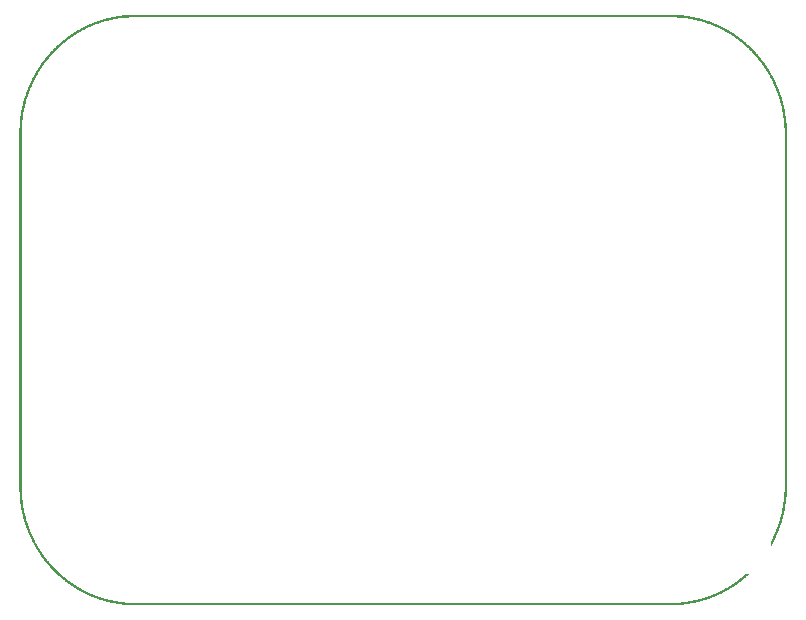
<source format=gbo>
G04 MADE WITH FRITZING*
G04 WWW.FRITZING.ORG*
G04 DOUBLE SIDED*
G04 HOLES PLATED*
G04 CONTOUR ON CENTER OF CONTOUR VECTOR*
%ASAXBY*%
%FSLAX23Y23*%
%MOIN*%
%OFA0B0*%
%SFA1.0B1.0*%
%ADD10R,0.001000X0.001000*%
%LNSILK0*%
G90*
G70*
G54D10*
X367Y1969D02*
X2191Y1969D01*
X353Y1968D02*
X2205Y1968D01*
X343Y1967D02*
X2215Y1967D01*
X335Y1966D02*
X2223Y1966D01*
X328Y1965D02*
X2230Y1965D01*
X322Y1964D02*
X2236Y1964D01*
X317Y1963D02*
X2241Y1963D01*
X312Y1962D02*
X2246Y1962D01*
X307Y1961D02*
X366Y1961D01*
X2192Y1961D02*
X2251Y1961D01*
X302Y1960D02*
X352Y1960D01*
X2206Y1960D02*
X2256Y1960D01*
X298Y1959D02*
X342Y1959D01*
X2216Y1959D02*
X2260Y1959D01*
X294Y1958D02*
X335Y1958D01*
X2223Y1958D02*
X2264Y1958D01*
X290Y1957D02*
X328Y1957D01*
X2230Y1957D02*
X2268Y1957D01*
X287Y1956D02*
X322Y1956D01*
X2236Y1956D02*
X2271Y1956D01*
X283Y1955D02*
X316Y1955D01*
X2242Y1955D02*
X2275Y1955D01*
X279Y1954D02*
X311Y1954D01*
X2247Y1954D02*
X2279Y1954D01*
X276Y1953D02*
X306Y1953D01*
X2252Y1953D02*
X2282Y1953D01*
X273Y1952D02*
X302Y1952D01*
X2256Y1952D02*
X2285Y1952D01*
X270Y1951D02*
X298Y1951D01*
X2260Y1951D02*
X2288Y1951D01*
X267Y1950D02*
X294Y1950D01*
X2264Y1950D02*
X2291Y1950D01*
X264Y1949D02*
X290Y1949D01*
X2268Y1949D02*
X2294Y1949D01*
X261Y1948D02*
X286Y1948D01*
X2272Y1948D02*
X2297Y1948D01*
X258Y1947D02*
X283Y1947D01*
X2275Y1947D02*
X2300Y1947D01*
X255Y1946D02*
X279Y1946D01*
X2279Y1946D02*
X2303Y1946D01*
X253Y1945D02*
X276Y1945D01*
X2282Y1945D02*
X2305Y1945D01*
X250Y1944D02*
X273Y1944D01*
X2285Y1944D02*
X2308Y1944D01*
X248Y1943D02*
X270Y1943D01*
X2288Y1943D02*
X2310Y1943D01*
X245Y1942D02*
X267Y1942D01*
X2291Y1942D02*
X2313Y1942D01*
X243Y1941D02*
X264Y1941D01*
X2294Y1941D02*
X2315Y1941D01*
X240Y1940D02*
X261Y1940D01*
X2297Y1940D02*
X2318Y1940D01*
X238Y1939D02*
X258Y1939D01*
X2300Y1939D02*
X2320Y1939D01*
X235Y1938D02*
X255Y1938D01*
X2303Y1938D02*
X2323Y1938D01*
X233Y1937D02*
X253Y1937D01*
X2305Y1937D02*
X2325Y1937D01*
X231Y1936D02*
X250Y1936D01*
X2308Y1936D02*
X2327Y1936D01*
X229Y1935D02*
X248Y1935D01*
X2310Y1935D02*
X2329Y1935D01*
X227Y1934D02*
X245Y1934D01*
X2313Y1934D02*
X2331Y1934D01*
X225Y1933D02*
X243Y1933D01*
X2315Y1933D02*
X2333Y1933D01*
X223Y1932D02*
X241Y1932D01*
X2317Y1932D02*
X2335Y1932D01*
X220Y1931D02*
X238Y1931D01*
X2320Y1931D02*
X2338Y1931D01*
X218Y1930D02*
X236Y1930D01*
X2322Y1930D02*
X2340Y1930D01*
X216Y1929D02*
X234Y1929D01*
X2324Y1929D02*
X2342Y1929D01*
X215Y1928D02*
X232Y1928D01*
X2326Y1928D02*
X2343Y1928D01*
X213Y1927D02*
X229Y1927D01*
X2329Y1927D02*
X2345Y1927D01*
X211Y1926D02*
X227Y1926D01*
X2331Y1926D02*
X2347Y1926D01*
X209Y1925D02*
X225Y1925D01*
X2333Y1925D02*
X2349Y1925D01*
X207Y1924D02*
X223Y1924D01*
X2335Y1924D02*
X2351Y1924D01*
X205Y1923D02*
X221Y1923D01*
X2337Y1923D02*
X2353Y1923D01*
X203Y1922D02*
X219Y1922D01*
X2339Y1922D02*
X2355Y1922D01*
X201Y1921D02*
X217Y1921D01*
X2341Y1921D02*
X2357Y1921D01*
X200Y1920D02*
X215Y1920D01*
X2343Y1920D02*
X2358Y1920D01*
X198Y1919D02*
X213Y1919D01*
X2345Y1919D02*
X2360Y1919D01*
X196Y1918D02*
X211Y1918D01*
X2347Y1918D02*
X2362Y1918D01*
X194Y1917D02*
X209Y1917D01*
X2349Y1917D02*
X2364Y1917D01*
X193Y1916D02*
X208Y1916D01*
X2350Y1916D02*
X2365Y1916D01*
X191Y1915D02*
X206Y1915D01*
X2352Y1915D02*
X2367Y1915D01*
X189Y1914D02*
X204Y1914D01*
X2354Y1914D02*
X2369Y1914D01*
X188Y1913D02*
X202Y1913D01*
X2356Y1913D02*
X2370Y1913D01*
X186Y1912D02*
X201Y1912D01*
X2357Y1912D02*
X2372Y1912D01*
X184Y1911D02*
X199Y1911D01*
X2359Y1911D02*
X2374Y1911D01*
X183Y1910D02*
X197Y1910D01*
X2361Y1910D02*
X2375Y1910D01*
X181Y1909D02*
X195Y1909D01*
X2363Y1909D02*
X2377Y1909D01*
X180Y1908D02*
X194Y1908D01*
X2364Y1908D02*
X2378Y1908D01*
X178Y1907D02*
X192Y1907D01*
X2366Y1907D02*
X2380Y1907D01*
X177Y1906D02*
X190Y1906D01*
X2368Y1906D02*
X2381Y1906D01*
X175Y1905D02*
X189Y1905D01*
X2369Y1905D02*
X2383Y1905D01*
X174Y1904D02*
X187Y1904D01*
X2371Y1904D02*
X2384Y1904D01*
X172Y1903D02*
X186Y1903D01*
X2372Y1903D02*
X2386Y1903D01*
X171Y1902D02*
X184Y1902D01*
X2374Y1902D02*
X2387Y1902D01*
X169Y1901D02*
X183Y1901D01*
X2375Y1901D02*
X2389Y1901D01*
X168Y1900D02*
X181Y1900D01*
X2377Y1900D02*
X2390Y1900D01*
X167Y1899D02*
X180Y1899D01*
X2378Y1899D02*
X2391Y1899D01*
X165Y1898D02*
X178Y1898D01*
X2380Y1898D02*
X2393Y1898D01*
X164Y1897D02*
X177Y1897D01*
X2381Y1897D02*
X2394Y1897D01*
X162Y1896D02*
X175Y1896D01*
X2383Y1896D02*
X2396Y1896D01*
X161Y1895D02*
X174Y1895D01*
X2384Y1895D02*
X2397Y1895D01*
X160Y1894D02*
X172Y1894D01*
X2386Y1894D02*
X2398Y1894D01*
X158Y1893D02*
X171Y1893D01*
X2387Y1893D02*
X2400Y1893D01*
X157Y1892D02*
X169Y1892D01*
X2389Y1892D02*
X2401Y1892D01*
X156Y1891D02*
X168Y1891D01*
X2390Y1891D02*
X2402Y1891D01*
X154Y1890D02*
X167Y1890D01*
X2391Y1890D02*
X2404Y1890D01*
X153Y1889D02*
X165Y1889D01*
X2393Y1889D02*
X2405Y1889D01*
X152Y1888D02*
X164Y1888D01*
X2394Y1888D02*
X2406Y1888D01*
X151Y1887D02*
X163Y1887D01*
X2395Y1887D02*
X2407Y1887D01*
X149Y1886D02*
X161Y1886D01*
X2397Y1886D02*
X2409Y1886D01*
X148Y1885D02*
X160Y1885D01*
X2398Y1885D02*
X2410Y1885D01*
X147Y1884D02*
X159Y1884D01*
X2399Y1884D02*
X2411Y1884D01*
X146Y1883D02*
X157Y1883D01*
X2401Y1883D02*
X2412Y1883D01*
X144Y1882D02*
X156Y1882D01*
X2402Y1882D02*
X2414Y1882D01*
X143Y1881D02*
X155Y1881D01*
X2403Y1881D02*
X2415Y1881D01*
X142Y1880D02*
X154Y1880D01*
X2404Y1880D02*
X2416Y1880D01*
X141Y1879D02*
X152Y1879D01*
X2406Y1879D02*
X2417Y1879D01*
X140Y1878D02*
X151Y1878D01*
X2407Y1878D02*
X2418Y1878D01*
X138Y1877D02*
X150Y1877D01*
X2408Y1877D02*
X2420Y1877D01*
X137Y1876D02*
X149Y1876D01*
X2409Y1876D02*
X2421Y1876D01*
X136Y1875D02*
X147Y1875D01*
X2411Y1875D02*
X2422Y1875D01*
X135Y1874D02*
X146Y1874D01*
X2412Y1874D02*
X2423Y1874D01*
X134Y1873D02*
X145Y1873D01*
X2413Y1873D02*
X2424Y1873D01*
X133Y1872D02*
X144Y1872D01*
X2414Y1872D02*
X2425Y1872D01*
X132Y1871D02*
X143Y1871D01*
X2415Y1871D02*
X2426Y1871D01*
X130Y1870D02*
X142Y1870D01*
X2416Y1870D02*
X2428Y1870D01*
X129Y1869D02*
X140Y1869D01*
X2418Y1869D02*
X2429Y1869D01*
X128Y1868D02*
X139Y1868D01*
X2419Y1868D02*
X2430Y1868D01*
X127Y1867D02*
X138Y1867D01*
X2420Y1867D02*
X2431Y1867D01*
X126Y1866D02*
X137Y1866D01*
X2421Y1866D02*
X2432Y1866D01*
X125Y1865D02*
X136Y1865D01*
X2422Y1865D02*
X2433Y1865D01*
X124Y1864D02*
X135Y1864D01*
X2423Y1864D02*
X2434Y1864D01*
X123Y1863D02*
X134Y1863D01*
X2424Y1863D02*
X2435Y1863D01*
X122Y1862D02*
X133Y1862D01*
X2425Y1862D02*
X2436Y1862D01*
X121Y1861D02*
X131Y1861D01*
X2427Y1861D02*
X2437Y1861D01*
X120Y1860D02*
X130Y1860D01*
X2428Y1860D02*
X2438Y1860D01*
X119Y1859D02*
X129Y1859D01*
X2429Y1859D02*
X2439Y1859D01*
X118Y1858D02*
X128Y1858D01*
X2430Y1858D02*
X2440Y1858D01*
X117Y1857D02*
X127Y1857D01*
X2431Y1857D02*
X2441Y1857D01*
X116Y1856D02*
X126Y1856D01*
X2432Y1856D02*
X2442Y1856D01*
X115Y1855D02*
X125Y1855D01*
X2433Y1855D02*
X2443Y1855D01*
X114Y1854D02*
X124Y1854D01*
X2434Y1854D02*
X2444Y1854D01*
X113Y1853D02*
X123Y1853D01*
X2435Y1853D02*
X2445Y1853D01*
X112Y1852D02*
X122Y1852D01*
X2436Y1852D02*
X2446Y1852D01*
X111Y1851D02*
X121Y1851D01*
X2437Y1851D02*
X2447Y1851D01*
X110Y1850D02*
X120Y1850D01*
X2438Y1850D02*
X2448Y1850D01*
X109Y1849D02*
X119Y1849D01*
X2439Y1849D02*
X2449Y1849D01*
X108Y1848D02*
X118Y1848D01*
X2440Y1848D02*
X2450Y1848D01*
X107Y1847D02*
X117Y1847D01*
X2441Y1847D02*
X2451Y1847D01*
X106Y1846D02*
X116Y1846D01*
X2442Y1846D02*
X2452Y1846D01*
X105Y1845D02*
X115Y1845D01*
X2443Y1845D02*
X2453Y1845D01*
X104Y1844D02*
X114Y1844D01*
X2444Y1844D02*
X2454Y1844D01*
X103Y1843D02*
X113Y1843D01*
X2445Y1843D02*
X2455Y1843D01*
X103Y1842D02*
X112Y1842D01*
X2446Y1842D02*
X2455Y1842D01*
X102Y1841D02*
X112Y1841D01*
X2446Y1841D02*
X2456Y1841D01*
X101Y1840D02*
X111Y1840D01*
X2447Y1840D02*
X2457Y1840D01*
X100Y1839D02*
X110Y1839D01*
X2448Y1839D02*
X2458Y1839D01*
X99Y1838D02*
X109Y1838D01*
X2449Y1838D02*
X2459Y1838D01*
X98Y1837D02*
X108Y1837D01*
X2450Y1837D02*
X2460Y1837D01*
X97Y1836D02*
X107Y1836D01*
X2451Y1836D02*
X2461Y1836D01*
X96Y1835D02*
X106Y1835D01*
X2452Y1835D02*
X2462Y1835D01*
X96Y1834D02*
X105Y1834D01*
X2453Y1834D02*
X2462Y1834D01*
X95Y1833D02*
X104Y1833D01*
X2454Y1833D02*
X2463Y1833D01*
X94Y1832D02*
X103Y1832D01*
X2455Y1832D02*
X2464Y1832D01*
X93Y1831D02*
X102Y1831D01*
X2456Y1831D02*
X2465Y1831D01*
X92Y1830D02*
X102Y1830D01*
X2456Y1830D02*
X2466Y1830D01*
X91Y1829D02*
X101Y1829D01*
X2457Y1829D02*
X2467Y1829D01*
X91Y1828D02*
X100Y1828D01*
X2458Y1828D02*
X2467Y1828D01*
X90Y1827D02*
X99Y1827D01*
X2459Y1827D02*
X2468Y1827D01*
X89Y1826D02*
X98Y1826D01*
X2460Y1826D02*
X2469Y1826D01*
X88Y1825D02*
X97Y1825D01*
X2461Y1825D02*
X2470Y1825D01*
X87Y1824D02*
X97Y1824D01*
X2461Y1824D02*
X2471Y1824D01*
X86Y1823D02*
X96Y1823D01*
X2462Y1823D02*
X2472Y1823D01*
X86Y1822D02*
X95Y1822D01*
X2463Y1822D02*
X2472Y1822D01*
X85Y1821D02*
X94Y1821D01*
X2464Y1821D02*
X2473Y1821D01*
X84Y1820D02*
X93Y1820D01*
X2465Y1820D02*
X2474Y1820D01*
X83Y1819D02*
X92Y1819D01*
X2466Y1819D02*
X2475Y1819D01*
X83Y1818D02*
X92Y1818D01*
X2466Y1818D02*
X2475Y1818D01*
X82Y1817D02*
X91Y1817D01*
X2467Y1817D02*
X2476Y1817D01*
X81Y1816D02*
X90Y1816D01*
X2468Y1816D02*
X2477Y1816D01*
X80Y1815D02*
X89Y1815D01*
X2469Y1815D02*
X2478Y1815D01*
X80Y1814D02*
X89Y1814D01*
X2469Y1814D02*
X2478Y1814D01*
X79Y1813D02*
X88Y1813D01*
X2470Y1813D02*
X2479Y1813D01*
X78Y1812D02*
X87Y1812D01*
X2471Y1812D02*
X2480Y1812D01*
X77Y1811D02*
X86Y1811D01*
X2472Y1811D02*
X2481Y1811D01*
X77Y1810D02*
X86Y1810D01*
X2472Y1810D02*
X2481Y1810D01*
X76Y1809D02*
X85Y1809D01*
X2473Y1809D02*
X2482Y1809D01*
X75Y1808D02*
X84Y1808D01*
X2474Y1808D02*
X2483Y1808D01*
X74Y1807D02*
X83Y1807D01*
X2475Y1807D02*
X2484Y1807D01*
X74Y1806D02*
X82Y1806D01*
X2476Y1806D02*
X2484Y1806D01*
X73Y1805D02*
X82Y1805D01*
X2476Y1805D02*
X2485Y1805D01*
X72Y1804D02*
X81Y1804D01*
X2477Y1804D02*
X2486Y1804D01*
X72Y1803D02*
X80Y1803D01*
X2478Y1803D02*
X2486Y1803D01*
X71Y1802D02*
X80Y1802D01*
X2478Y1802D02*
X2487Y1802D01*
X70Y1801D02*
X79Y1801D01*
X2479Y1801D02*
X2488Y1801D01*
X70Y1800D02*
X78Y1800D01*
X2480Y1800D02*
X2488Y1800D01*
X69Y1799D02*
X78Y1799D01*
X2480Y1799D02*
X2489Y1799D01*
X68Y1798D02*
X77Y1798D01*
X2481Y1798D02*
X2490Y1798D01*
X68Y1797D02*
X76Y1797D01*
X2482Y1797D02*
X2490Y1797D01*
X67Y1796D02*
X75Y1796D01*
X2483Y1796D02*
X2491Y1796D01*
X66Y1795D02*
X75Y1795D01*
X2483Y1795D02*
X2492Y1795D01*
X66Y1794D02*
X74Y1794D01*
X2484Y1794D02*
X2492Y1794D01*
X65Y1793D02*
X73Y1793D01*
X2485Y1793D02*
X2493Y1793D01*
X64Y1792D02*
X73Y1792D01*
X2485Y1792D02*
X2494Y1792D01*
X64Y1791D02*
X72Y1791D01*
X2486Y1791D02*
X2494Y1791D01*
X63Y1790D02*
X71Y1790D01*
X2487Y1790D02*
X2495Y1790D01*
X62Y1789D02*
X71Y1789D01*
X2487Y1789D02*
X2496Y1789D01*
X62Y1788D02*
X70Y1788D01*
X2488Y1788D02*
X2496Y1788D01*
X61Y1787D02*
X69Y1787D01*
X2489Y1787D02*
X2497Y1787D01*
X61Y1786D02*
X69Y1786D01*
X2489Y1786D02*
X2497Y1786D01*
X60Y1785D02*
X68Y1785D01*
X2490Y1785D02*
X2498Y1785D01*
X59Y1784D02*
X68Y1784D01*
X2490Y1784D02*
X2499Y1784D01*
X59Y1783D02*
X67Y1783D01*
X2491Y1783D02*
X2499Y1783D01*
X58Y1782D02*
X66Y1782D01*
X2492Y1782D02*
X2500Y1782D01*
X57Y1781D02*
X66Y1781D01*
X2492Y1781D02*
X2501Y1781D01*
X57Y1780D02*
X65Y1780D01*
X2493Y1780D02*
X2501Y1780D01*
X56Y1779D02*
X64Y1779D01*
X2494Y1779D02*
X2502Y1779D01*
X56Y1778D02*
X64Y1778D01*
X2494Y1778D02*
X2502Y1778D01*
X55Y1777D02*
X63Y1777D01*
X2495Y1777D02*
X2503Y1777D01*
X54Y1776D02*
X63Y1776D01*
X2495Y1776D02*
X2504Y1776D01*
X54Y1775D02*
X62Y1775D01*
X2496Y1775D02*
X2504Y1775D01*
X53Y1774D02*
X61Y1774D01*
X2497Y1774D02*
X2505Y1774D01*
X53Y1773D02*
X61Y1773D01*
X2497Y1773D02*
X2505Y1773D01*
X52Y1772D02*
X60Y1772D01*
X2498Y1772D02*
X2506Y1772D01*
X52Y1771D02*
X60Y1771D01*
X2498Y1771D02*
X2506Y1771D01*
X51Y1770D02*
X59Y1770D01*
X2499Y1770D02*
X2507Y1770D01*
X51Y1769D02*
X59Y1769D01*
X2499Y1769D02*
X2507Y1769D01*
X50Y1768D02*
X58Y1768D01*
X2500Y1768D02*
X2508Y1768D01*
X49Y1767D02*
X57Y1767D01*
X2501Y1767D02*
X2509Y1767D01*
X49Y1766D02*
X57Y1766D01*
X2501Y1766D02*
X2509Y1766D01*
X48Y1765D02*
X56Y1765D01*
X2502Y1765D02*
X2510Y1765D01*
X48Y1764D02*
X56Y1764D01*
X2502Y1764D02*
X2510Y1764D01*
X47Y1763D02*
X55Y1763D01*
X2503Y1763D02*
X2511Y1763D01*
X47Y1762D02*
X55Y1762D01*
X2503Y1762D02*
X2511Y1762D01*
X46Y1761D02*
X54Y1761D01*
X2504Y1761D02*
X2512Y1761D01*
X46Y1760D02*
X53Y1760D01*
X2505Y1760D02*
X2512Y1760D01*
X45Y1759D02*
X53Y1759D01*
X2505Y1759D02*
X2513Y1759D01*
X45Y1758D02*
X52Y1758D01*
X2506Y1758D02*
X2513Y1758D01*
X44Y1757D02*
X52Y1757D01*
X2506Y1757D02*
X2514Y1757D01*
X44Y1756D02*
X51Y1756D01*
X2507Y1756D02*
X2514Y1756D01*
X43Y1755D02*
X51Y1755D01*
X2507Y1755D02*
X2515Y1755D01*
X43Y1754D02*
X50Y1754D01*
X2508Y1754D02*
X2515Y1754D01*
X42Y1753D02*
X50Y1753D01*
X2508Y1753D02*
X2516Y1753D01*
X42Y1752D02*
X49Y1752D01*
X2509Y1752D02*
X2516Y1752D01*
X41Y1751D02*
X49Y1751D01*
X2509Y1751D02*
X2517Y1751D01*
X41Y1750D02*
X48Y1750D01*
X2510Y1750D02*
X2517Y1750D01*
X40Y1749D02*
X48Y1749D01*
X2510Y1749D02*
X2518Y1749D01*
X40Y1748D02*
X47Y1748D01*
X2511Y1748D02*
X2518Y1748D01*
X39Y1747D02*
X47Y1747D01*
X2511Y1747D02*
X2519Y1747D01*
X39Y1746D02*
X46Y1746D01*
X2512Y1746D02*
X2519Y1746D01*
X38Y1745D02*
X46Y1745D01*
X2512Y1745D02*
X2520Y1745D01*
X38Y1744D02*
X45Y1744D01*
X2513Y1744D02*
X2520Y1744D01*
X37Y1743D02*
X45Y1743D01*
X2513Y1743D02*
X2521Y1743D01*
X37Y1742D02*
X44Y1742D01*
X2514Y1742D02*
X2521Y1742D01*
X36Y1741D02*
X44Y1741D01*
X2514Y1741D02*
X2522Y1741D01*
X36Y1740D02*
X44Y1740D01*
X2514Y1740D02*
X2522Y1740D01*
X35Y1739D02*
X43Y1739D01*
X2515Y1739D02*
X2523Y1739D01*
X35Y1738D02*
X43Y1738D01*
X2515Y1738D02*
X2523Y1738D01*
X35Y1737D02*
X42Y1737D01*
X2516Y1737D02*
X2523Y1737D01*
X34Y1736D02*
X42Y1736D01*
X2516Y1736D02*
X2524Y1736D01*
X34Y1735D02*
X41Y1735D01*
X2517Y1735D02*
X2524Y1735D01*
X33Y1734D02*
X41Y1734D01*
X2517Y1734D02*
X2525Y1734D01*
X33Y1733D02*
X40Y1733D01*
X2518Y1733D02*
X2525Y1733D01*
X32Y1732D02*
X40Y1732D01*
X2518Y1732D02*
X2526Y1732D01*
X32Y1731D02*
X40Y1731D01*
X2518Y1731D02*
X2526Y1731D01*
X32Y1730D02*
X39Y1730D01*
X2519Y1730D02*
X2526Y1730D01*
X31Y1729D02*
X39Y1729D01*
X2519Y1729D02*
X2527Y1729D01*
X31Y1728D02*
X38Y1728D01*
X2520Y1728D02*
X2527Y1728D01*
X30Y1727D02*
X38Y1727D01*
X2520Y1727D02*
X2528Y1727D01*
X30Y1726D02*
X37Y1726D01*
X2521Y1726D02*
X2528Y1726D01*
X29Y1725D02*
X37Y1725D01*
X2521Y1725D02*
X2529Y1725D01*
X29Y1724D02*
X36Y1724D01*
X2522Y1724D02*
X2529Y1724D01*
X29Y1723D02*
X36Y1723D01*
X2522Y1723D02*
X2529Y1723D01*
X28Y1722D02*
X36Y1722D01*
X2522Y1722D02*
X2530Y1722D01*
X28Y1721D02*
X35Y1721D01*
X2523Y1721D02*
X2530Y1721D01*
X28Y1720D02*
X35Y1720D01*
X2523Y1720D02*
X2530Y1720D01*
X27Y1719D02*
X35Y1719D01*
X2523Y1719D02*
X2531Y1719D01*
X27Y1718D02*
X34Y1718D01*
X2524Y1718D02*
X2531Y1718D01*
X26Y1717D02*
X34Y1717D01*
X2524Y1717D02*
X2532Y1717D01*
X26Y1716D02*
X33Y1716D01*
X2525Y1716D02*
X2532Y1716D01*
X26Y1715D02*
X33Y1715D01*
X2525Y1715D02*
X2532Y1715D01*
X25Y1714D02*
X33Y1714D01*
X2525Y1714D02*
X2533Y1714D01*
X25Y1713D02*
X32Y1713D01*
X2526Y1713D02*
X2533Y1713D01*
X24Y1712D02*
X32Y1712D01*
X2526Y1712D02*
X2534Y1712D01*
X24Y1711D02*
X31Y1711D01*
X2527Y1711D02*
X2534Y1711D01*
X24Y1710D02*
X31Y1710D01*
X2527Y1710D02*
X2534Y1710D01*
X23Y1709D02*
X31Y1709D01*
X2527Y1709D02*
X2535Y1709D01*
X23Y1708D02*
X30Y1708D01*
X2528Y1708D02*
X2535Y1708D01*
X23Y1707D02*
X30Y1707D01*
X2528Y1707D02*
X2535Y1707D01*
X22Y1706D02*
X30Y1706D01*
X2528Y1706D02*
X2536Y1706D01*
X22Y1705D02*
X29Y1705D01*
X2529Y1705D02*
X2536Y1705D01*
X22Y1704D02*
X29Y1704D01*
X2529Y1704D02*
X2536Y1704D01*
X21Y1703D02*
X29Y1703D01*
X2529Y1703D02*
X2537Y1703D01*
X21Y1702D02*
X28Y1702D01*
X2530Y1702D02*
X2537Y1702D01*
X21Y1701D02*
X28Y1701D01*
X2530Y1701D02*
X2537Y1701D01*
X20Y1700D02*
X28Y1700D01*
X2530Y1700D02*
X2538Y1700D01*
X20Y1699D02*
X27Y1699D01*
X2531Y1699D02*
X2538Y1699D01*
X20Y1698D02*
X27Y1698D01*
X2531Y1698D02*
X2538Y1698D01*
X19Y1697D02*
X27Y1697D01*
X2531Y1697D02*
X2539Y1697D01*
X19Y1696D02*
X26Y1696D01*
X2532Y1696D02*
X2539Y1696D01*
X19Y1695D02*
X26Y1695D01*
X2532Y1695D02*
X2539Y1695D01*
X18Y1694D02*
X26Y1694D01*
X2532Y1694D02*
X2540Y1694D01*
X18Y1693D02*
X25Y1693D01*
X2533Y1693D02*
X2540Y1693D01*
X18Y1692D02*
X25Y1692D01*
X2533Y1692D02*
X2540Y1692D01*
X17Y1691D02*
X25Y1691D01*
X2533Y1691D02*
X2541Y1691D01*
X17Y1690D02*
X24Y1690D01*
X2534Y1690D02*
X2541Y1690D01*
X17Y1689D02*
X24Y1689D01*
X2534Y1689D02*
X2541Y1689D01*
X16Y1688D02*
X24Y1688D01*
X2534Y1688D02*
X2542Y1688D01*
X16Y1687D02*
X23Y1687D01*
X2535Y1687D02*
X2542Y1687D01*
X16Y1686D02*
X23Y1686D01*
X2535Y1686D02*
X2542Y1686D01*
X16Y1685D02*
X23Y1685D01*
X2535Y1685D02*
X2542Y1685D01*
X15Y1684D02*
X23Y1684D01*
X2535Y1684D02*
X2543Y1684D01*
X15Y1683D02*
X22Y1683D01*
X2536Y1683D02*
X2543Y1683D01*
X15Y1682D02*
X22Y1682D01*
X2536Y1682D02*
X2543Y1682D01*
X14Y1681D02*
X22Y1681D01*
X2536Y1681D02*
X2544Y1681D01*
X14Y1680D02*
X21Y1680D01*
X2537Y1680D02*
X2544Y1680D01*
X14Y1679D02*
X21Y1679D01*
X2537Y1679D02*
X2544Y1679D01*
X14Y1678D02*
X21Y1678D01*
X2537Y1678D02*
X2544Y1678D01*
X13Y1677D02*
X21Y1677D01*
X2537Y1677D02*
X2545Y1677D01*
X13Y1676D02*
X20Y1676D01*
X2538Y1676D02*
X2545Y1676D01*
X13Y1675D02*
X20Y1675D01*
X2538Y1675D02*
X2545Y1675D01*
X13Y1674D02*
X20Y1674D01*
X2538Y1674D02*
X2545Y1674D01*
X12Y1673D02*
X20Y1673D01*
X2538Y1673D02*
X2546Y1673D01*
X12Y1672D02*
X19Y1672D01*
X2539Y1672D02*
X2546Y1672D01*
X12Y1671D02*
X19Y1671D01*
X2539Y1671D02*
X2546Y1671D01*
X12Y1670D02*
X19Y1670D01*
X2539Y1670D02*
X2546Y1670D01*
X11Y1669D02*
X19Y1669D01*
X2539Y1669D02*
X2547Y1669D01*
X11Y1668D02*
X18Y1668D01*
X2540Y1668D02*
X2547Y1668D01*
X11Y1667D02*
X18Y1667D01*
X2540Y1667D02*
X2547Y1667D01*
X11Y1666D02*
X18Y1666D01*
X2540Y1666D02*
X2547Y1666D01*
X10Y1665D02*
X18Y1665D01*
X2540Y1665D02*
X2548Y1665D01*
X10Y1664D02*
X17Y1664D01*
X2541Y1664D02*
X2548Y1664D01*
X10Y1663D02*
X17Y1663D01*
X2541Y1663D02*
X2548Y1663D01*
X10Y1662D02*
X17Y1662D01*
X2541Y1662D02*
X2548Y1662D01*
X10Y1661D02*
X17Y1661D01*
X2541Y1661D02*
X2548Y1661D01*
X9Y1660D02*
X16Y1660D01*
X2542Y1660D02*
X2549Y1660D01*
X9Y1659D02*
X16Y1659D01*
X2542Y1659D02*
X2549Y1659D01*
X9Y1658D02*
X16Y1658D01*
X2542Y1658D02*
X2549Y1658D01*
X9Y1657D02*
X16Y1657D01*
X2542Y1657D02*
X2549Y1657D01*
X8Y1656D02*
X16Y1656D01*
X2542Y1656D02*
X2550Y1656D01*
X8Y1655D02*
X15Y1655D01*
X2543Y1655D02*
X2550Y1655D01*
X8Y1654D02*
X15Y1654D01*
X2543Y1654D02*
X2550Y1654D01*
X8Y1653D02*
X15Y1653D01*
X2543Y1653D02*
X2550Y1653D01*
X8Y1652D02*
X15Y1652D01*
X2543Y1652D02*
X2550Y1652D01*
X7Y1651D02*
X15Y1651D01*
X2543Y1651D02*
X2551Y1651D01*
X7Y1650D02*
X14Y1650D01*
X2544Y1650D02*
X2551Y1650D01*
X7Y1649D02*
X14Y1649D01*
X2544Y1649D02*
X2551Y1649D01*
X7Y1648D02*
X14Y1648D01*
X2544Y1648D02*
X2551Y1648D01*
X7Y1647D02*
X14Y1647D01*
X2544Y1647D02*
X2551Y1647D01*
X7Y1646D02*
X14Y1646D01*
X2544Y1646D02*
X2551Y1646D01*
X6Y1645D02*
X13Y1645D01*
X2545Y1645D02*
X2552Y1645D01*
X6Y1644D02*
X13Y1644D01*
X2545Y1644D02*
X2552Y1644D01*
X6Y1643D02*
X13Y1643D01*
X2545Y1643D02*
X2552Y1643D01*
X6Y1642D02*
X13Y1642D01*
X2545Y1642D02*
X2552Y1642D01*
X6Y1641D02*
X13Y1641D01*
X2545Y1641D02*
X2552Y1641D01*
X5Y1640D02*
X13Y1640D01*
X2545Y1640D02*
X2553Y1640D01*
X5Y1639D02*
X12Y1639D01*
X2546Y1639D02*
X2553Y1639D01*
X5Y1638D02*
X12Y1638D01*
X2546Y1638D02*
X2553Y1638D01*
X5Y1637D02*
X12Y1637D01*
X2546Y1637D02*
X2553Y1637D01*
X5Y1636D02*
X12Y1636D01*
X2546Y1636D02*
X2553Y1636D01*
X5Y1635D02*
X12Y1635D01*
X2546Y1635D02*
X2553Y1635D01*
X5Y1634D02*
X12Y1634D01*
X2546Y1634D02*
X2553Y1634D01*
X4Y1633D02*
X11Y1633D01*
X2547Y1633D02*
X2554Y1633D01*
X4Y1632D02*
X11Y1632D01*
X2547Y1632D02*
X2554Y1632D01*
X4Y1631D02*
X11Y1631D01*
X2547Y1631D02*
X2554Y1631D01*
X4Y1630D02*
X11Y1630D01*
X2547Y1630D02*
X2554Y1630D01*
X4Y1629D02*
X11Y1629D01*
X2547Y1629D02*
X2554Y1629D01*
X4Y1628D02*
X11Y1628D01*
X2547Y1628D02*
X2554Y1628D01*
X4Y1627D02*
X11Y1627D01*
X2547Y1627D02*
X2554Y1627D01*
X3Y1626D02*
X10Y1626D01*
X2548Y1626D02*
X2555Y1626D01*
X3Y1625D02*
X10Y1625D01*
X2548Y1625D02*
X2555Y1625D01*
X3Y1624D02*
X10Y1624D01*
X2548Y1624D02*
X2555Y1624D01*
X3Y1623D02*
X10Y1623D01*
X2548Y1623D02*
X2555Y1623D01*
X3Y1622D02*
X10Y1622D01*
X2548Y1622D02*
X2555Y1622D01*
X3Y1621D02*
X10Y1621D01*
X2548Y1621D02*
X2555Y1621D01*
X3Y1620D02*
X10Y1620D01*
X2548Y1620D02*
X2555Y1620D01*
X3Y1619D02*
X10Y1619D01*
X2548Y1619D02*
X2555Y1619D01*
X2Y1618D02*
X9Y1618D01*
X2549Y1618D02*
X2556Y1618D01*
X2Y1617D02*
X9Y1617D01*
X2549Y1617D02*
X2556Y1617D01*
X2Y1616D02*
X9Y1616D01*
X2549Y1616D02*
X2556Y1616D01*
X2Y1615D02*
X9Y1615D01*
X2549Y1615D02*
X2556Y1615D01*
X2Y1614D02*
X9Y1614D01*
X2549Y1614D02*
X2556Y1614D01*
X2Y1613D02*
X9Y1613D01*
X2549Y1613D02*
X2556Y1613D01*
X2Y1612D02*
X9Y1612D01*
X2549Y1612D02*
X2556Y1612D01*
X2Y1611D02*
X9Y1611D01*
X2549Y1611D02*
X2556Y1611D01*
X2Y1610D02*
X9Y1610D01*
X2549Y1610D02*
X2556Y1610D01*
X2Y1609D02*
X9Y1609D01*
X2549Y1609D02*
X2556Y1609D01*
X1Y1608D02*
X8Y1608D01*
X2549Y1608D02*
X2557Y1608D01*
X1Y1607D02*
X8Y1607D01*
X2550Y1607D02*
X2557Y1607D01*
X1Y1606D02*
X8Y1606D01*
X2550Y1606D02*
X2557Y1606D01*
X1Y1605D02*
X8Y1605D01*
X2550Y1605D02*
X2557Y1605D01*
X1Y1604D02*
X8Y1604D01*
X2550Y1604D02*
X2557Y1604D01*
X1Y1603D02*
X8Y1603D01*
X2550Y1603D02*
X2557Y1603D01*
X1Y1602D02*
X8Y1602D01*
X2550Y1602D02*
X2557Y1602D01*
X1Y1601D02*
X8Y1601D01*
X2550Y1601D02*
X2557Y1601D01*
X1Y1600D02*
X8Y1600D01*
X2550Y1600D02*
X2557Y1600D01*
X1Y1599D02*
X8Y1599D01*
X2550Y1599D02*
X2557Y1599D01*
X1Y1598D02*
X8Y1598D01*
X2550Y1598D02*
X2557Y1598D01*
X1Y1597D02*
X8Y1597D01*
X2550Y1597D02*
X2557Y1597D01*
X1Y1596D02*
X8Y1596D01*
X2550Y1596D02*
X2557Y1596D01*
X1Y1595D02*
X8Y1595D01*
X2550Y1595D02*
X2557Y1595D01*
X1Y1594D02*
X8Y1594D01*
X2550Y1594D02*
X2557Y1594D01*
X0Y1593D02*
X7Y1593D01*
X2551Y1593D02*
X2558Y1593D01*
X0Y1592D02*
X7Y1592D01*
X2551Y1592D02*
X2558Y1592D01*
X0Y1591D02*
X7Y1591D01*
X2551Y1591D02*
X2558Y1591D01*
X0Y1590D02*
X7Y1590D01*
X2551Y1590D02*
X2558Y1590D01*
X0Y1589D02*
X7Y1589D01*
X2551Y1589D02*
X2558Y1589D01*
X0Y1588D02*
X7Y1588D01*
X2551Y1588D02*
X2558Y1588D01*
X0Y1587D02*
X7Y1587D01*
X2551Y1587D02*
X2558Y1587D01*
X0Y1586D02*
X7Y1586D01*
X2551Y1586D02*
X2558Y1586D01*
X0Y1585D02*
X7Y1585D01*
X2551Y1585D02*
X2558Y1585D01*
X0Y1584D02*
X7Y1584D01*
X2551Y1584D02*
X2558Y1584D01*
X0Y1583D02*
X7Y1583D01*
X2551Y1583D02*
X2558Y1583D01*
X0Y1582D02*
X7Y1582D01*
X2551Y1582D02*
X2558Y1582D01*
X0Y1581D02*
X7Y1581D01*
X2551Y1581D02*
X2558Y1581D01*
X0Y1580D02*
X7Y1580D01*
X2551Y1580D02*
X2558Y1580D01*
X0Y1579D02*
X7Y1579D01*
X2551Y1579D02*
X2558Y1579D01*
X0Y1578D02*
X7Y1578D01*
X2551Y1578D02*
X2558Y1578D01*
X0Y1577D02*
X7Y1577D01*
X2551Y1577D02*
X2558Y1577D01*
X0Y1576D02*
X7Y1576D01*
X2551Y1576D02*
X2558Y1576D01*
X0Y1575D02*
X7Y1575D01*
X2551Y1575D02*
X2558Y1575D01*
X0Y1574D02*
X7Y1574D01*
X2551Y1574D02*
X2558Y1574D01*
X0Y1573D02*
X7Y1573D01*
X2551Y1573D02*
X2558Y1573D01*
X0Y1572D02*
X7Y1572D01*
X2551Y1572D02*
X2558Y1572D01*
X0Y1571D02*
X7Y1571D01*
X2551Y1571D02*
X2558Y1571D01*
X0Y1570D02*
X7Y1570D01*
X2551Y1570D02*
X2558Y1570D01*
X0Y1569D02*
X7Y1569D01*
X2551Y1569D02*
X2558Y1569D01*
X0Y1568D02*
X7Y1568D01*
X2551Y1568D02*
X2558Y1568D01*
X0Y1567D02*
X7Y1567D01*
X2551Y1567D02*
X2558Y1567D01*
X0Y1566D02*
X7Y1566D01*
X2551Y1566D02*
X2558Y1566D01*
X0Y1565D02*
X7Y1565D01*
X2551Y1565D02*
X2558Y1565D01*
X0Y1564D02*
X7Y1564D01*
X2551Y1564D02*
X2558Y1564D01*
X0Y1563D02*
X7Y1563D01*
X2551Y1563D02*
X2558Y1563D01*
X0Y1562D02*
X7Y1562D01*
X2551Y1562D02*
X2558Y1562D01*
X0Y1561D02*
X7Y1561D01*
X2551Y1561D02*
X2558Y1561D01*
X0Y1560D02*
X7Y1560D01*
X2551Y1560D02*
X2558Y1560D01*
X0Y1559D02*
X7Y1559D01*
X2551Y1559D02*
X2558Y1559D01*
X0Y1558D02*
X7Y1558D01*
X2551Y1558D02*
X2558Y1558D01*
X0Y1557D02*
X7Y1557D01*
X2551Y1557D02*
X2558Y1557D01*
X0Y1556D02*
X7Y1556D01*
X2551Y1556D02*
X2558Y1556D01*
X0Y1555D02*
X7Y1555D01*
X2551Y1555D02*
X2558Y1555D01*
X0Y1554D02*
X7Y1554D01*
X2551Y1554D02*
X2558Y1554D01*
X0Y1553D02*
X7Y1553D01*
X2551Y1553D02*
X2558Y1553D01*
X0Y1552D02*
X7Y1552D01*
X2551Y1552D02*
X2558Y1552D01*
X0Y1551D02*
X7Y1551D01*
X2551Y1551D02*
X2558Y1551D01*
X0Y1550D02*
X7Y1550D01*
X2551Y1550D02*
X2558Y1550D01*
X0Y1549D02*
X7Y1549D01*
X2551Y1549D02*
X2558Y1549D01*
X0Y1548D02*
X7Y1548D01*
X2551Y1548D02*
X2558Y1548D01*
X0Y1547D02*
X7Y1547D01*
X2551Y1547D02*
X2558Y1547D01*
X0Y1546D02*
X7Y1546D01*
X2551Y1546D02*
X2558Y1546D01*
X0Y1545D02*
X7Y1545D01*
X2551Y1545D02*
X2558Y1545D01*
X0Y1544D02*
X7Y1544D01*
X2551Y1544D02*
X2558Y1544D01*
X0Y1543D02*
X7Y1543D01*
X2551Y1543D02*
X2558Y1543D01*
X0Y1542D02*
X7Y1542D01*
X2551Y1542D02*
X2558Y1542D01*
X0Y1541D02*
X7Y1541D01*
X2551Y1541D02*
X2558Y1541D01*
X0Y1540D02*
X7Y1540D01*
X2551Y1540D02*
X2558Y1540D01*
X0Y1539D02*
X7Y1539D01*
X2551Y1539D02*
X2558Y1539D01*
X0Y1538D02*
X7Y1538D01*
X2551Y1538D02*
X2558Y1538D01*
X0Y1537D02*
X7Y1537D01*
X2551Y1537D02*
X2558Y1537D01*
X0Y1536D02*
X7Y1536D01*
X2551Y1536D02*
X2558Y1536D01*
X0Y1535D02*
X7Y1535D01*
X2551Y1535D02*
X2558Y1535D01*
X0Y1534D02*
X7Y1534D01*
X2551Y1534D02*
X2558Y1534D01*
X0Y1533D02*
X7Y1533D01*
X2551Y1533D02*
X2558Y1533D01*
X0Y1532D02*
X7Y1532D01*
X2551Y1532D02*
X2558Y1532D01*
X0Y1531D02*
X7Y1531D01*
X2551Y1531D02*
X2558Y1531D01*
X0Y1530D02*
X7Y1530D01*
X2551Y1530D02*
X2558Y1530D01*
X0Y1529D02*
X7Y1529D01*
X2551Y1529D02*
X2558Y1529D01*
X0Y1528D02*
X7Y1528D01*
X2551Y1528D02*
X2558Y1528D01*
X0Y1527D02*
X7Y1527D01*
X2551Y1527D02*
X2558Y1527D01*
X0Y1526D02*
X7Y1526D01*
X2551Y1526D02*
X2558Y1526D01*
X0Y1525D02*
X7Y1525D01*
X2551Y1525D02*
X2558Y1525D01*
X0Y1524D02*
X7Y1524D01*
X2551Y1524D02*
X2558Y1524D01*
X0Y1523D02*
X7Y1523D01*
X2551Y1523D02*
X2558Y1523D01*
X0Y1522D02*
X7Y1522D01*
X2551Y1522D02*
X2558Y1522D01*
X0Y1521D02*
X7Y1521D01*
X2551Y1521D02*
X2558Y1521D01*
X0Y1520D02*
X7Y1520D01*
X2551Y1520D02*
X2558Y1520D01*
X0Y1519D02*
X7Y1519D01*
X2551Y1519D02*
X2558Y1519D01*
X0Y1518D02*
X7Y1518D01*
X2551Y1518D02*
X2558Y1518D01*
X0Y1517D02*
X7Y1517D01*
X2551Y1517D02*
X2558Y1517D01*
X0Y1516D02*
X7Y1516D01*
X2551Y1516D02*
X2558Y1516D01*
X0Y1515D02*
X7Y1515D01*
X2551Y1515D02*
X2558Y1515D01*
X0Y1514D02*
X7Y1514D01*
X2551Y1514D02*
X2558Y1514D01*
X0Y1513D02*
X7Y1513D01*
X2551Y1513D02*
X2558Y1513D01*
X0Y1512D02*
X7Y1512D01*
X2551Y1512D02*
X2558Y1512D01*
X0Y1511D02*
X7Y1511D01*
X2551Y1511D02*
X2558Y1511D01*
X0Y1510D02*
X7Y1510D01*
X2551Y1510D02*
X2558Y1510D01*
X0Y1509D02*
X7Y1509D01*
X2551Y1509D02*
X2558Y1509D01*
X0Y1508D02*
X7Y1508D01*
X2551Y1508D02*
X2558Y1508D01*
X0Y1507D02*
X7Y1507D01*
X2551Y1507D02*
X2558Y1507D01*
X0Y1506D02*
X7Y1506D01*
X2551Y1506D02*
X2558Y1506D01*
X0Y1505D02*
X7Y1505D01*
X2551Y1505D02*
X2558Y1505D01*
X0Y1504D02*
X7Y1504D01*
X2551Y1504D02*
X2558Y1504D01*
X0Y1503D02*
X7Y1503D01*
X2551Y1503D02*
X2558Y1503D01*
X0Y1502D02*
X7Y1502D01*
X2551Y1502D02*
X2558Y1502D01*
X0Y1501D02*
X7Y1501D01*
X2551Y1501D02*
X2558Y1501D01*
X0Y1500D02*
X7Y1500D01*
X2551Y1500D02*
X2558Y1500D01*
X0Y1499D02*
X7Y1499D01*
X2551Y1499D02*
X2558Y1499D01*
X0Y1498D02*
X7Y1498D01*
X2551Y1498D02*
X2558Y1498D01*
X0Y1497D02*
X7Y1497D01*
X2551Y1497D02*
X2558Y1497D01*
X0Y1496D02*
X7Y1496D01*
X2551Y1496D02*
X2558Y1496D01*
X0Y1495D02*
X7Y1495D01*
X2551Y1495D02*
X2558Y1495D01*
X0Y1494D02*
X7Y1494D01*
X2551Y1494D02*
X2558Y1494D01*
X0Y1493D02*
X7Y1493D01*
X2551Y1493D02*
X2558Y1493D01*
X0Y1492D02*
X7Y1492D01*
X2551Y1492D02*
X2558Y1492D01*
X0Y1491D02*
X7Y1491D01*
X2551Y1491D02*
X2558Y1491D01*
X0Y1490D02*
X7Y1490D01*
X2551Y1490D02*
X2558Y1490D01*
X0Y1489D02*
X7Y1489D01*
X2551Y1489D02*
X2558Y1489D01*
X0Y1488D02*
X7Y1488D01*
X2551Y1488D02*
X2558Y1488D01*
X0Y1487D02*
X7Y1487D01*
X2551Y1487D02*
X2558Y1487D01*
X0Y1486D02*
X7Y1486D01*
X2551Y1486D02*
X2558Y1486D01*
X0Y1485D02*
X7Y1485D01*
X2551Y1485D02*
X2558Y1485D01*
X0Y1484D02*
X7Y1484D01*
X2551Y1484D02*
X2558Y1484D01*
X0Y1483D02*
X7Y1483D01*
X2551Y1483D02*
X2558Y1483D01*
X0Y1482D02*
X7Y1482D01*
X2551Y1482D02*
X2558Y1482D01*
X0Y1481D02*
X7Y1481D01*
X2551Y1481D02*
X2558Y1481D01*
X0Y1480D02*
X7Y1480D01*
X2551Y1480D02*
X2558Y1480D01*
X0Y1479D02*
X7Y1479D01*
X2551Y1479D02*
X2558Y1479D01*
X0Y1478D02*
X7Y1478D01*
X2551Y1478D02*
X2558Y1478D01*
X0Y1477D02*
X7Y1477D01*
X2551Y1477D02*
X2558Y1477D01*
X0Y1476D02*
X7Y1476D01*
X2551Y1476D02*
X2558Y1476D01*
X0Y1475D02*
X7Y1475D01*
X2551Y1475D02*
X2558Y1475D01*
X0Y1474D02*
X7Y1474D01*
X2551Y1474D02*
X2558Y1474D01*
X0Y1473D02*
X7Y1473D01*
X2551Y1473D02*
X2558Y1473D01*
X0Y1472D02*
X7Y1472D01*
X2551Y1472D02*
X2558Y1472D01*
X0Y1471D02*
X7Y1471D01*
X2551Y1471D02*
X2558Y1471D01*
X0Y1470D02*
X7Y1470D01*
X2551Y1470D02*
X2558Y1470D01*
X0Y1469D02*
X7Y1469D01*
X2551Y1469D02*
X2558Y1469D01*
X0Y1468D02*
X7Y1468D01*
X2551Y1468D02*
X2558Y1468D01*
X0Y1467D02*
X7Y1467D01*
X2551Y1467D02*
X2558Y1467D01*
X0Y1466D02*
X7Y1466D01*
X2551Y1466D02*
X2558Y1466D01*
X0Y1465D02*
X7Y1465D01*
X2551Y1465D02*
X2558Y1465D01*
X0Y1464D02*
X7Y1464D01*
X2551Y1464D02*
X2558Y1464D01*
X0Y1463D02*
X7Y1463D01*
X2551Y1463D02*
X2558Y1463D01*
X0Y1462D02*
X7Y1462D01*
X2551Y1462D02*
X2558Y1462D01*
X0Y1461D02*
X7Y1461D01*
X2551Y1461D02*
X2558Y1461D01*
X0Y1460D02*
X7Y1460D01*
X2551Y1460D02*
X2558Y1460D01*
X0Y1459D02*
X7Y1459D01*
X2551Y1459D02*
X2558Y1459D01*
X0Y1458D02*
X7Y1458D01*
X2551Y1458D02*
X2558Y1458D01*
X0Y1457D02*
X7Y1457D01*
X2551Y1457D02*
X2558Y1457D01*
X0Y1456D02*
X7Y1456D01*
X2551Y1456D02*
X2558Y1456D01*
X0Y1455D02*
X7Y1455D01*
X2551Y1455D02*
X2558Y1455D01*
X0Y1454D02*
X7Y1454D01*
X2551Y1454D02*
X2558Y1454D01*
X0Y1453D02*
X7Y1453D01*
X2551Y1453D02*
X2558Y1453D01*
X0Y1452D02*
X7Y1452D01*
X2551Y1452D02*
X2558Y1452D01*
X0Y1451D02*
X7Y1451D01*
X2551Y1451D02*
X2558Y1451D01*
X0Y1450D02*
X7Y1450D01*
X2551Y1450D02*
X2558Y1450D01*
X0Y1449D02*
X7Y1449D01*
X2551Y1449D02*
X2558Y1449D01*
X0Y1448D02*
X7Y1448D01*
X2551Y1448D02*
X2558Y1448D01*
X0Y1447D02*
X7Y1447D01*
X2551Y1447D02*
X2558Y1447D01*
X0Y1446D02*
X7Y1446D01*
X2551Y1446D02*
X2558Y1446D01*
X0Y1445D02*
X7Y1445D01*
X2551Y1445D02*
X2558Y1445D01*
X0Y1444D02*
X7Y1444D01*
X2551Y1444D02*
X2558Y1444D01*
X0Y1443D02*
X7Y1443D01*
X2551Y1443D02*
X2558Y1443D01*
X0Y1442D02*
X7Y1442D01*
X2551Y1442D02*
X2558Y1442D01*
X0Y1441D02*
X7Y1441D01*
X2551Y1441D02*
X2558Y1441D01*
X0Y1440D02*
X7Y1440D01*
X2551Y1440D02*
X2558Y1440D01*
X0Y1439D02*
X7Y1439D01*
X2551Y1439D02*
X2558Y1439D01*
X0Y1438D02*
X7Y1438D01*
X2551Y1438D02*
X2558Y1438D01*
X0Y1437D02*
X7Y1437D01*
X2551Y1437D02*
X2558Y1437D01*
X0Y1436D02*
X7Y1436D01*
X2551Y1436D02*
X2558Y1436D01*
X0Y1435D02*
X7Y1435D01*
X2551Y1435D02*
X2558Y1435D01*
X0Y1434D02*
X7Y1434D01*
X2551Y1434D02*
X2558Y1434D01*
X0Y1433D02*
X7Y1433D01*
X2551Y1433D02*
X2558Y1433D01*
X0Y1432D02*
X7Y1432D01*
X2551Y1432D02*
X2558Y1432D01*
X0Y1431D02*
X7Y1431D01*
X2551Y1431D02*
X2558Y1431D01*
X0Y1430D02*
X7Y1430D01*
X2551Y1430D02*
X2558Y1430D01*
X0Y1429D02*
X7Y1429D01*
X2551Y1429D02*
X2558Y1429D01*
X0Y1428D02*
X7Y1428D01*
X2551Y1428D02*
X2558Y1428D01*
X0Y1427D02*
X7Y1427D01*
X2551Y1427D02*
X2558Y1427D01*
X0Y1426D02*
X7Y1426D01*
X2551Y1426D02*
X2558Y1426D01*
X0Y1425D02*
X7Y1425D01*
X2551Y1425D02*
X2558Y1425D01*
X0Y1424D02*
X7Y1424D01*
X2551Y1424D02*
X2558Y1424D01*
X0Y1423D02*
X7Y1423D01*
X2551Y1423D02*
X2558Y1423D01*
X0Y1422D02*
X7Y1422D01*
X2551Y1422D02*
X2558Y1422D01*
X0Y1421D02*
X7Y1421D01*
X2551Y1421D02*
X2558Y1421D01*
X0Y1420D02*
X7Y1420D01*
X2551Y1420D02*
X2558Y1420D01*
X0Y1419D02*
X7Y1419D01*
X2551Y1419D02*
X2558Y1419D01*
X0Y1418D02*
X7Y1418D01*
X2551Y1418D02*
X2558Y1418D01*
X0Y1417D02*
X7Y1417D01*
X2551Y1417D02*
X2558Y1417D01*
X0Y1416D02*
X7Y1416D01*
X2551Y1416D02*
X2558Y1416D01*
X0Y1415D02*
X7Y1415D01*
X2551Y1415D02*
X2558Y1415D01*
X0Y1414D02*
X7Y1414D01*
X2551Y1414D02*
X2558Y1414D01*
X0Y1413D02*
X7Y1413D01*
X2551Y1413D02*
X2558Y1413D01*
X0Y1412D02*
X7Y1412D01*
X2551Y1412D02*
X2558Y1412D01*
X0Y1411D02*
X7Y1411D01*
X2551Y1411D02*
X2558Y1411D01*
X0Y1410D02*
X7Y1410D01*
X2551Y1410D02*
X2558Y1410D01*
X0Y1409D02*
X7Y1409D01*
X2551Y1409D02*
X2558Y1409D01*
X0Y1408D02*
X7Y1408D01*
X2551Y1408D02*
X2558Y1408D01*
X0Y1407D02*
X7Y1407D01*
X2551Y1407D02*
X2558Y1407D01*
X0Y1406D02*
X7Y1406D01*
X2551Y1406D02*
X2558Y1406D01*
X0Y1405D02*
X7Y1405D01*
X2551Y1405D02*
X2558Y1405D01*
X0Y1404D02*
X7Y1404D01*
X2551Y1404D02*
X2558Y1404D01*
X0Y1403D02*
X7Y1403D01*
X2551Y1403D02*
X2558Y1403D01*
X0Y1402D02*
X7Y1402D01*
X2551Y1402D02*
X2558Y1402D01*
X0Y1401D02*
X7Y1401D01*
X2551Y1401D02*
X2558Y1401D01*
X0Y1400D02*
X7Y1400D01*
X2551Y1400D02*
X2558Y1400D01*
X0Y1399D02*
X7Y1399D01*
X2551Y1399D02*
X2558Y1399D01*
X0Y1398D02*
X7Y1398D01*
X2551Y1398D02*
X2558Y1398D01*
X0Y1397D02*
X7Y1397D01*
X2551Y1397D02*
X2558Y1397D01*
X0Y1396D02*
X7Y1396D01*
X2551Y1396D02*
X2558Y1396D01*
X0Y1395D02*
X7Y1395D01*
X2551Y1395D02*
X2558Y1395D01*
X0Y1394D02*
X7Y1394D01*
X2551Y1394D02*
X2558Y1394D01*
X0Y1393D02*
X7Y1393D01*
X2551Y1393D02*
X2558Y1393D01*
X0Y1392D02*
X7Y1392D01*
X2551Y1392D02*
X2558Y1392D01*
X0Y1391D02*
X7Y1391D01*
X2551Y1391D02*
X2558Y1391D01*
X0Y1390D02*
X7Y1390D01*
X2551Y1390D02*
X2558Y1390D01*
X0Y1389D02*
X7Y1389D01*
X2551Y1389D02*
X2558Y1389D01*
X0Y1388D02*
X7Y1388D01*
X2551Y1388D02*
X2558Y1388D01*
X0Y1387D02*
X7Y1387D01*
X2551Y1387D02*
X2558Y1387D01*
X0Y1386D02*
X7Y1386D01*
X2551Y1386D02*
X2558Y1386D01*
X0Y1385D02*
X7Y1385D01*
X2551Y1385D02*
X2558Y1385D01*
X0Y1384D02*
X7Y1384D01*
X2551Y1384D02*
X2558Y1384D01*
X0Y1383D02*
X7Y1383D01*
X2551Y1383D02*
X2558Y1383D01*
X0Y1382D02*
X7Y1382D01*
X2551Y1382D02*
X2558Y1382D01*
X0Y1381D02*
X7Y1381D01*
X2551Y1381D02*
X2558Y1381D01*
X0Y1380D02*
X7Y1380D01*
X2551Y1380D02*
X2558Y1380D01*
X0Y1379D02*
X7Y1379D01*
X2551Y1379D02*
X2558Y1379D01*
X0Y1378D02*
X7Y1378D01*
X2551Y1378D02*
X2558Y1378D01*
X0Y1377D02*
X7Y1377D01*
X2551Y1377D02*
X2558Y1377D01*
X0Y1376D02*
X7Y1376D01*
X2551Y1376D02*
X2558Y1376D01*
X0Y1375D02*
X7Y1375D01*
X2551Y1375D02*
X2558Y1375D01*
X0Y1374D02*
X7Y1374D01*
X2551Y1374D02*
X2558Y1374D01*
X0Y1373D02*
X7Y1373D01*
X2551Y1373D02*
X2558Y1373D01*
X0Y1372D02*
X7Y1372D01*
X2551Y1372D02*
X2558Y1372D01*
X0Y1371D02*
X7Y1371D01*
X2551Y1371D02*
X2558Y1371D01*
X0Y1370D02*
X7Y1370D01*
X2551Y1370D02*
X2558Y1370D01*
X0Y1369D02*
X7Y1369D01*
X2551Y1369D02*
X2558Y1369D01*
X0Y1368D02*
X7Y1368D01*
X2551Y1368D02*
X2558Y1368D01*
X0Y1367D02*
X7Y1367D01*
X2551Y1367D02*
X2558Y1367D01*
X0Y1366D02*
X7Y1366D01*
X2551Y1366D02*
X2558Y1366D01*
X0Y1365D02*
X7Y1365D01*
X2551Y1365D02*
X2558Y1365D01*
X0Y1364D02*
X7Y1364D01*
X2551Y1364D02*
X2558Y1364D01*
X0Y1363D02*
X7Y1363D01*
X2551Y1363D02*
X2558Y1363D01*
X0Y1362D02*
X7Y1362D01*
X2551Y1362D02*
X2558Y1362D01*
X0Y1361D02*
X7Y1361D01*
X2551Y1361D02*
X2558Y1361D01*
X0Y1360D02*
X7Y1360D01*
X2551Y1360D02*
X2558Y1360D01*
X0Y1359D02*
X7Y1359D01*
X2551Y1359D02*
X2558Y1359D01*
X0Y1358D02*
X7Y1358D01*
X2551Y1358D02*
X2558Y1358D01*
X0Y1357D02*
X7Y1357D01*
X2551Y1357D02*
X2558Y1357D01*
X0Y1356D02*
X7Y1356D01*
X2551Y1356D02*
X2558Y1356D01*
X0Y1355D02*
X7Y1355D01*
X2551Y1355D02*
X2558Y1355D01*
X0Y1354D02*
X7Y1354D01*
X2551Y1354D02*
X2558Y1354D01*
X0Y1353D02*
X7Y1353D01*
X2551Y1353D02*
X2558Y1353D01*
X0Y1352D02*
X7Y1352D01*
X2551Y1352D02*
X2558Y1352D01*
X0Y1351D02*
X7Y1351D01*
X2551Y1351D02*
X2558Y1351D01*
X0Y1350D02*
X7Y1350D01*
X2551Y1350D02*
X2558Y1350D01*
X0Y1349D02*
X7Y1349D01*
X2551Y1349D02*
X2558Y1349D01*
X0Y1348D02*
X7Y1348D01*
X2551Y1348D02*
X2558Y1348D01*
X0Y1347D02*
X7Y1347D01*
X2551Y1347D02*
X2558Y1347D01*
X0Y1346D02*
X7Y1346D01*
X2551Y1346D02*
X2558Y1346D01*
X0Y1345D02*
X7Y1345D01*
X2551Y1345D02*
X2558Y1345D01*
X0Y1344D02*
X7Y1344D01*
X2551Y1344D02*
X2558Y1344D01*
X0Y1343D02*
X7Y1343D01*
X2551Y1343D02*
X2558Y1343D01*
X0Y1342D02*
X7Y1342D01*
X2551Y1342D02*
X2558Y1342D01*
X0Y1341D02*
X7Y1341D01*
X2551Y1341D02*
X2558Y1341D01*
X0Y1340D02*
X7Y1340D01*
X2551Y1340D02*
X2558Y1340D01*
X0Y1339D02*
X7Y1339D01*
X2551Y1339D02*
X2558Y1339D01*
X0Y1338D02*
X7Y1338D01*
X2551Y1338D02*
X2558Y1338D01*
X0Y1337D02*
X7Y1337D01*
X2551Y1337D02*
X2558Y1337D01*
X0Y1336D02*
X7Y1336D01*
X2551Y1336D02*
X2558Y1336D01*
X0Y1335D02*
X7Y1335D01*
X2551Y1335D02*
X2558Y1335D01*
X0Y1334D02*
X7Y1334D01*
X2551Y1334D02*
X2558Y1334D01*
X0Y1333D02*
X7Y1333D01*
X2551Y1333D02*
X2558Y1333D01*
X0Y1332D02*
X7Y1332D01*
X2551Y1332D02*
X2558Y1332D01*
X0Y1331D02*
X7Y1331D01*
X2551Y1331D02*
X2558Y1331D01*
X0Y1330D02*
X7Y1330D01*
X2551Y1330D02*
X2558Y1330D01*
X0Y1329D02*
X7Y1329D01*
X2551Y1329D02*
X2558Y1329D01*
X0Y1328D02*
X7Y1328D01*
X2551Y1328D02*
X2558Y1328D01*
X0Y1327D02*
X7Y1327D01*
X2551Y1327D02*
X2558Y1327D01*
X0Y1326D02*
X7Y1326D01*
X2551Y1326D02*
X2558Y1326D01*
X0Y1325D02*
X7Y1325D01*
X2551Y1325D02*
X2558Y1325D01*
X0Y1324D02*
X7Y1324D01*
X2551Y1324D02*
X2558Y1324D01*
X0Y1323D02*
X7Y1323D01*
X2551Y1323D02*
X2558Y1323D01*
X0Y1322D02*
X7Y1322D01*
X2551Y1322D02*
X2558Y1322D01*
X0Y1321D02*
X7Y1321D01*
X2551Y1321D02*
X2558Y1321D01*
X0Y1320D02*
X7Y1320D01*
X2551Y1320D02*
X2558Y1320D01*
X0Y1319D02*
X7Y1319D01*
X2551Y1319D02*
X2558Y1319D01*
X0Y1318D02*
X7Y1318D01*
X2551Y1318D02*
X2558Y1318D01*
X0Y1317D02*
X7Y1317D01*
X2551Y1317D02*
X2558Y1317D01*
X0Y1316D02*
X7Y1316D01*
X2551Y1316D02*
X2558Y1316D01*
X0Y1315D02*
X7Y1315D01*
X2551Y1315D02*
X2558Y1315D01*
X0Y1314D02*
X7Y1314D01*
X2551Y1314D02*
X2558Y1314D01*
X0Y1313D02*
X7Y1313D01*
X2551Y1313D02*
X2558Y1313D01*
X0Y1312D02*
X7Y1312D01*
X2551Y1312D02*
X2558Y1312D01*
X0Y1311D02*
X7Y1311D01*
X2551Y1311D02*
X2558Y1311D01*
X0Y1310D02*
X7Y1310D01*
X2551Y1310D02*
X2558Y1310D01*
X0Y1309D02*
X7Y1309D01*
X2551Y1309D02*
X2558Y1309D01*
X0Y1308D02*
X7Y1308D01*
X2551Y1308D02*
X2558Y1308D01*
X0Y1307D02*
X7Y1307D01*
X2551Y1307D02*
X2558Y1307D01*
X0Y1306D02*
X7Y1306D01*
X2551Y1306D02*
X2558Y1306D01*
X0Y1305D02*
X7Y1305D01*
X2551Y1305D02*
X2558Y1305D01*
X0Y1304D02*
X7Y1304D01*
X2551Y1304D02*
X2558Y1304D01*
X0Y1303D02*
X7Y1303D01*
X2551Y1303D02*
X2558Y1303D01*
X0Y1302D02*
X7Y1302D01*
X2551Y1302D02*
X2558Y1302D01*
X0Y1301D02*
X7Y1301D01*
X2551Y1301D02*
X2558Y1301D01*
X0Y1300D02*
X7Y1300D01*
X2551Y1300D02*
X2558Y1300D01*
X0Y1299D02*
X7Y1299D01*
X2551Y1299D02*
X2558Y1299D01*
X0Y1298D02*
X7Y1298D01*
X2551Y1298D02*
X2558Y1298D01*
X0Y1297D02*
X7Y1297D01*
X2551Y1297D02*
X2558Y1297D01*
X0Y1296D02*
X7Y1296D01*
X2551Y1296D02*
X2558Y1296D01*
X0Y1295D02*
X7Y1295D01*
X2551Y1295D02*
X2558Y1295D01*
X0Y1294D02*
X7Y1294D01*
X2551Y1294D02*
X2558Y1294D01*
X0Y1293D02*
X7Y1293D01*
X2551Y1293D02*
X2558Y1293D01*
X0Y1292D02*
X7Y1292D01*
X2551Y1292D02*
X2558Y1292D01*
X0Y1291D02*
X7Y1291D01*
X2551Y1291D02*
X2558Y1291D01*
X0Y1290D02*
X7Y1290D01*
X2551Y1290D02*
X2558Y1290D01*
X0Y1289D02*
X7Y1289D01*
X2551Y1289D02*
X2558Y1289D01*
X0Y1288D02*
X7Y1288D01*
X2551Y1288D02*
X2558Y1288D01*
X0Y1287D02*
X7Y1287D01*
X2551Y1287D02*
X2558Y1287D01*
X0Y1286D02*
X7Y1286D01*
X2551Y1286D02*
X2558Y1286D01*
X0Y1285D02*
X7Y1285D01*
X2551Y1285D02*
X2558Y1285D01*
X0Y1284D02*
X7Y1284D01*
X2551Y1284D02*
X2558Y1284D01*
X0Y1283D02*
X7Y1283D01*
X2551Y1283D02*
X2558Y1283D01*
X0Y1282D02*
X7Y1282D01*
X2551Y1282D02*
X2558Y1282D01*
X0Y1281D02*
X7Y1281D01*
X2551Y1281D02*
X2558Y1281D01*
X0Y1280D02*
X7Y1280D01*
X2551Y1280D02*
X2558Y1280D01*
X0Y1279D02*
X7Y1279D01*
X2551Y1279D02*
X2558Y1279D01*
X0Y1278D02*
X7Y1278D01*
X2551Y1278D02*
X2558Y1278D01*
X0Y1277D02*
X7Y1277D01*
X2551Y1277D02*
X2558Y1277D01*
X0Y1276D02*
X7Y1276D01*
X2551Y1276D02*
X2558Y1276D01*
X0Y1275D02*
X7Y1275D01*
X2551Y1275D02*
X2558Y1275D01*
X0Y1274D02*
X7Y1274D01*
X2551Y1274D02*
X2558Y1274D01*
X0Y1273D02*
X7Y1273D01*
X2551Y1273D02*
X2558Y1273D01*
X0Y1272D02*
X7Y1272D01*
X2551Y1272D02*
X2558Y1272D01*
X0Y1271D02*
X7Y1271D01*
X2551Y1271D02*
X2558Y1271D01*
X0Y1270D02*
X7Y1270D01*
X2551Y1270D02*
X2558Y1270D01*
X0Y1269D02*
X7Y1269D01*
X2551Y1269D02*
X2558Y1269D01*
X0Y1268D02*
X7Y1268D01*
X2551Y1268D02*
X2558Y1268D01*
X0Y1267D02*
X7Y1267D01*
X2551Y1267D02*
X2558Y1267D01*
X0Y1266D02*
X7Y1266D01*
X2551Y1266D02*
X2558Y1266D01*
X0Y1265D02*
X7Y1265D01*
X2551Y1265D02*
X2558Y1265D01*
X0Y1264D02*
X7Y1264D01*
X2551Y1264D02*
X2558Y1264D01*
X0Y1263D02*
X7Y1263D01*
X2551Y1263D02*
X2558Y1263D01*
X0Y1262D02*
X7Y1262D01*
X2551Y1262D02*
X2558Y1262D01*
X0Y1261D02*
X7Y1261D01*
X2551Y1261D02*
X2558Y1261D01*
X0Y1260D02*
X7Y1260D01*
X2551Y1260D02*
X2558Y1260D01*
X0Y1259D02*
X7Y1259D01*
X2551Y1259D02*
X2558Y1259D01*
X0Y1258D02*
X7Y1258D01*
X2551Y1258D02*
X2558Y1258D01*
X0Y1257D02*
X7Y1257D01*
X2551Y1257D02*
X2558Y1257D01*
X0Y1256D02*
X7Y1256D01*
X2551Y1256D02*
X2558Y1256D01*
X0Y1255D02*
X7Y1255D01*
X2551Y1255D02*
X2558Y1255D01*
X0Y1254D02*
X7Y1254D01*
X2551Y1254D02*
X2558Y1254D01*
X0Y1253D02*
X7Y1253D01*
X2551Y1253D02*
X2558Y1253D01*
X0Y1252D02*
X7Y1252D01*
X2551Y1252D02*
X2558Y1252D01*
X0Y1251D02*
X7Y1251D01*
X2551Y1251D02*
X2558Y1251D01*
X0Y1250D02*
X7Y1250D01*
X2551Y1250D02*
X2558Y1250D01*
X0Y1249D02*
X7Y1249D01*
X2551Y1249D02*
X2558Y1249D01*
X0Y1248D02*
X7Y1248D01*
X2551Y1248D02*
X2558Y1248D01*
X0Y1247D02*
X7Y1247D01*
X2551Y1247D02*
X2558Y1247D01*
X0Y1246D02*
X7Y1246D01*
X2551Y1246D02*
X2558Y1246D01*
X0Y1245D02*
X7Y1245D01*
X2551Y1245D02*
X2558Y1245D01*
X0Y1244D02*
X7Y1244D01*
X2551Y1244D02*
X2558Y1244D01*
X0Y1243D02*
X7Y1243D01*
X2551Y1243D02*
X2558Y1243D01*
X0Y1242D02*
X7Y1242D01*
X2551Y1242D02*
X2558Y1242D01*
X0Y1241D02*
X7Y1241D01*
X2551Y1241D02*
X2558Y1241D01*
X0Y1240D02*
X7Y1240D01*
X2551Y1240D02*
X2558Y1240D01*
X0Y1239D02*
X7Y1239D01*
X2551Y1239D02*
X2558Y1239D01*
X0Y1238D02*
X7Y1238D01*
X2551Y1238D02*
X2558Y1238D01*
X0Y1237D02*
X7Y1237D01*
X2551Y1237D02*
X2558Y1237D01*
X0Y1236D02*
X7Y1236D01*
X2551Y1236D02*
X2558Y1236D01*
X0Y1235D02*
X7Y1235D01*
X2551Y1235D02*
X2558Y1235D01*
X0Y1234D02*
X7Y1234D01*
X2551Y1234D02*
X2558Y1234D01*
X0Y1233D02*
X7Y1233D01*
X2551Y1233D02*
X2558Y1233D01*
X0Y1232D02*
X7Y1232D01*
X2551Y1232D02*
X2558Y1232D01*
X0Y1231D02*
X7Y1231D01*
X2551Y1231D02*
X2558Y1231D01*
X0Y1230D02*
X7Y1230D01*
X2551Y1230D02*
X2558Y1230D01*
X0Y1229D02*
X7Y1229D01*
X2551Y1229D02*
X2558Y1229D01*
X0Y1228D02*
X7Y1228D01*
X2551Y1228D02*
X2558Y1228D01*
X0Y1227D02*
X7Y1227D01*
X2551Y1227D02*
X2558Y1227D01*
X0Y1226D02*
X7Y1226D01*
X2551Y1226D02*
X2558Y1226D01*
X0Y1225D02*
X7Y1225D01*
X2551Y1225D02*
X2558Y1225D01*
X0Y1224D02*
X7Y1224D01*
X2551Y1224D02*
X2558Y1224D01*
X0Y1223D02*
X7Y1223D01*
X2551Y1223D02*
X2558Y1223D01*
X0Y1222D02*
X7Y1222D01*
X2551Y1222D02*
X2558Y1222D01*
X0Y1221D02*
X7Y1221D01*
X2551Y1221D02*
X2558Y1221D01*
X0Y1220D02*
X7Y1220D01*
X2551Y1220D02*
X2558Y1220D01*
X0Y1219D02*
X7Y1219D01*
X2551Y1219D02*
X2558Y1219D01*
X0Y1218D02*
X7Y1218D01*
X2551Y1218D02*
X2558Y1218D01*
X0Y1217D02*
X7Y1217D01*
X2551Y1217D02*
X2558Y1217D01*
X0Y1216D02*
X7Y1216D01*
X2551Y1216D02*
X2558Y1216D01*
X0Y1215D02*
X7Y1215D01*
X2551Y1215D02*
X2558Y1215D01*
X0Y1214D02*
X7Y1214D01*
X2551Y1214D02*
X2558Y1214D01*
X0Y1213D02*
X7Y1213D01*
X2551Y1213D02*
X2558Y1213D01*
X0Y1212D02*
X7Y1212D01*
X2551Y1212D02*
X2558Y1212D01*
X0Y1211D02*
X7Y1211D01*
X2551Y1211D02*
X2558Y1211D01*
X0Y1210D02*
X7Y1210D01*
X2551Y1210D02*
X2558Y1210D01*
X0Y1209D02*
X7Y1209D01*
X2551Y1209D02*
X2558Y1209D01*
X0Y1208D02*
X7Y1208D01*
X2551Y1208D02*
X2558Y1208D01*
X0Y1207D02*
X7Y1207D01*
X2551Y1207D02*
X2558Y1207D01*
X0Y1206D02*
X7Y1206D01*
X2551Y1206D02*
X2558Y1206D01*
X0Y1205D02*
X7Y1205D01*
X2551Y1205D02*
X2558Y1205D01*
X0Y1204D02*
X7Y1204D01*
X2551Y1204D02*
X2558Y1204D01*
X0Y1203D02*
X7Y1203D01*
X2551Y1203D02*
X2558Y1203D01*
X0Y1202D02*
X7Y1202D01*
X2551Y1202D02*
X2558Y1202D01*
X0Y1201D02*
X7Y1201D01*
X2551Y1201D02*
X2558Y1201D01*
X0Y1200D02*
X7Y1200D01*
X2551Y1200D02*
X2558Y1200D01*
X0Y1199D02*
X7Y1199D01*
X2551Y1199D02*
X2558Y1199D01*
X0Y1198D02*
X7Y1198D01*
X2551Y1198D02*
X2558Y1198D01*
X0Y1197D02*
X7Y1197D01*
X2551Y1197D02*
X2558Y1197D01*
X0Y1196D02*
X7Y1196D01*
X2551Y1196D02*
X2558Y1196D01*
X0Y1195D02*
X7Y1195D01*
X2551Y1195D02*
X2558Y1195D01*
X0Y1194D02*
X7Y1194D01*
X2551Y1194D02*
X2558Y1194D01*
X0Y1193D02*
X7Y1193D01*
X2551Y1193D02*
X2558Y1193D01*
X0Y1192D02*
X7Y1192D01*
X2551Y1192D02*
X2558Y1192D01*
X0Y1191D02*
X7Y1191D01*
X2551Y1191D02*
X2558Y1191D01*
X0Y1190D02*
X7Y1190D01*
X2551Y1190D02*
X2558Y1190D01*
X0Y1189D02*
X7Y1189D01*
X2551Y1189D02*
X2558Y1189D01*
X0Y1188D02*
X7Y1188D01*
X2551Y1188D02*
X2558Y1188D01*
X0Y1187D02*
X7Y1187D01*
X2551Y1187D02*
X2558Y1187D01*
X0Y1186D02*
X7Y1186D01*
X2551Y1186D02*
X2558Y1186D01*
X0Y1185D02*
X7Y1185D01*
X2551Y1185D02*
X2558Y1185D01*
X0Y1184D02*
X7Y1184D01*
X2551Y1184D02*
X2558Y1184D01*
X0Y1183D02*
X7Y1183D01*
X2551Y1183D02*
X2558Y1183D01*
X0Y1182D02*
X7Y1182D01*
X2551Y1182D02*
X2558Y1182D01*
X0Y1181D02*
X7Y1181D01*
X2551Y1181D02*
X2558Y1181D01*
X0Y1180D02*
X7Y1180D01*
X2551Y1180D02*
X2558Y1180D01*
X0Y1179D02*
X7Y1179D01*
X2551Y1179D02*
X2558Y1179D01*
X0Y1178D02*
X7Y1178D01*
X2551Y1178D02*
X2558Y1178D01*
X0Y1177D02*
X7Y1177D01*
X2551Y1177D02*
X2558Y1177D01*
X0Y1176D02*
X7Y1176D01*
X2551Y1176D02*
X2558Y1176D01*
X0Y1175D02*
X7Y1175D01*
X2551Y1175D02*
X2558Y1175D01*
X0Y1174D02*
X7Y1174D01*
X2551Y1174D02*
X2558Y1174D01*
X0Y1173D02*
X7Y1173D01*
X2551Y1173D02*
X2558Y1173D01*
X0Y1172D02*
X7Y1172D01*
X2551Y1172D02*
X2558Y1172D01*
X0Y1171D02*
X7Y1171D01*
X2551Y1171D02*
X2558Y1171D01*
X0Y1170D02*
X7Y1170D01*
X2551Y1170D02*
X2558Y1170D01*
X0Y1169D02*
X7Y1169D01*
X2551Y1169D02*
X2558Y1169D01*
X0Y1168D02*
X7Y1168D01*
X2551Y1168D02*
X2558Y1168D01*
X0Y1167D02*
X7Y1167D01*
X2551Y1167D02*
X2558Y1167D01*
X0Y1166D02*
X7Y1166D01*
X2551Y1166D02*
X2558Y1166D01*
X0Y1165D02*
X7Y1165D01*
X2551Y1165D02*
X2558Y1165D01*
X0Y1164D02*
X7Y1164D01*
X2551Y1164D02*
X2558Y1164D01*
X0Y1163D02*
X7Y1163D01*
X2551Y1163D02*
X2558Y1163D01*
X0Y1162D02*
X7Y1162D01*
X2551Y1162D02*
X2558Y1162D01*
X0Y1161D02*
X7Y1161D01*
X2551Y1161D02*
X2558Y1161D01*
X0Y1160D02*
X7Y1160D01*
X2551Y1160D02*
X2558Y1160D01*
X0Y1159D02*
X7Y1159D01*
X2551Y1159D02*
X2558Y1159D01*
X0Y1158D02*
X7Y1158D01*
X2551Y1158D02*
X2558Y1158D01*
X0Y1157D02*
X7Y1157D01*
X2551Y1157D02*
X2558Y1157D01*
X0Y1156D02*
X7Y1156D01*
X2551Y1156D02*
X2558Y1156D01*
X0Y1155D02*
X7Y1155D01*
X2551Y1155D02*
X2558Y1155D01*
X0Y1154D02*
X7Y1154D01*
X2551Y1154D02*
X2558Y1154D01*
X0Y1153D02*
X7Y1153D01*
X2551Y1153D02*
X2558Y1153D01*
X0Y1152D02*
X7Y1152D01*
X2551Y1152D02*
X2558Y1152D01*
X0Y1151D02*
X7Y1151D01*
X2551Y1151D02*
X2558Y1151D01*
X0Y1150D02*
X7Y1150D01*
X2551Y1150D02*
X2558Y1150D01*
X0Y1149D02*
X7Y1149D01*
X2551Y1149D02*
X2558Y1149D01*
X0Y1148D02*
X7Y1148D01*
X2551Y1148D02*
X2558Y1148D01*
X0Y1147D02*
X7Y1147D01*
X2551Y1147D02*
X2558Y1147D01*
X0Y1146D02*
X7Y1146D01*
X2551Y1146D02*
X2558Y1146D01*
X0Y1145D02*
X7Y1145D01*
X2551Y1145D02*
X2558Y1145D01*
X0Y1144D02*
X7Y1144D01*
X2551Y1144D02*
X2558Y1144D01*
X0Y1143D02*
X7Y1143D01*
X2551Y1143D02*
X2558Y1143D01*
X0Y1142D02*
X7Y1142D01*
X2551Y1142D02*
X2558Y1142D01*
X0Y1141D02*
X7Y1141D01*
X2551Y1141D02*
X2558Y1141D01*
X0Y1140D02*
X7Y1140D01*
X2551Y1140D02*
X2558Y1140D01*
X0Y1139D02*
X7Y1139D01*
X2551Y1139D02*
X2558Y1139D01*
X0Y1138D02*
X7Y1138D01*
X2551Y1138D02*
X2558Y1138D01*
X0Y1137D02*
X7Y1137D01*
X2551Y1137D02*
X2558Y1137D01*
X0Y1136D02*
X7Y1136D01*
X2551Y1136D02*
X2558Y1136D01*
X0Y1135D02*
X7Y1135D01*
X2551Y1135D02*
X2558Y1135D01*
X0Y1134D02*
X7Y1134D01*
X2551Y1134D02*
X2558Y1134D01*
X0Y1133D02*
X7Y1133D01*
X2551Y1133D02*
X2558Y1133D01*
X0Y1132D02*
X7Y1132D01*
X2551Y1132D02*
X2558Y1132D01*
X0Y1131D02*
X7Y1131D01*
X2551Y1131D02*
X2558Y1131D01*
X0Y1130D02*
X7Y1130D01*
X2551Y1130D02*
X2558Y1130D01*
X0Y1129D02*
X7Y1129D01*
X2551Y1129D02*
X2558Y1129D01*
X0Y1128D02*
X7Y1128D01*
X2551Y1128D02*
X2558Y1128D01*
X0Y1127D02*
X7Y1127D01*
X2551Y1127D02*
X2558Y1127D01*
X0Y1126D02*
X7Y1126D01*
X2551Y1126D02*
X2558Y1126D01*
X0Y1125D02*
X7Y1125D01*
X2551Y1125D02*
X2558Y1125D01*
X0Y1124D02*
X7Y1124D01*
X2551Y1124D02*
X2558Y1124D01*
X0Y1123D02*
X7Y1123D01*
X2551Y1123D02*
X2558Y1123D01*
X0Y1122D02*
X7Y1122D01*
X2551Y1122D02*
X2558Y1122D01*
X0Y1121D02*
X7Y1121D01*
X2551Y1121D02*
X2558Y1121D01*
X0Y1120D02*
X7Y1120D01*
X2551Y1120D02*
X2558Y1120D01*
X0Y1119D02*
X7Y1119D01*
X2551Y1119D02*
X2558Y1119D01*
X0Y1118D02*
X7Y1118D01*
X2551Y1118D02*
X2558Y1118D01*
X0Y1117D02*
X7Y1117D01*
X2551Y1117D02*
X2558Y1117D01*
X0Y1116D02*
X7Y1116D01*
X2551Y1116D02*
X2558Y1116D01*
X0Y1115D02*
X7Y1115D01*
X2551Y1115D02*
X2558Y1115D01*
X0Y1114D02*
X7Y1114D01*
X2551Y1114D02*
X2558Y1114D01*
X0Y1113D02*
X7Y1113D01*
X2551Y1113D02*
X2558Y1113D01*
X0Y1112D02*
X7Y1112D01*
X2551Y1112D02*
X2558Y1112D01*
X0Y1111D02*
X7Y1111D01*
X2551Y1111D02*
X2558Y1111D01*
X0Y1110D02*
X7Y1110D01*
X2551Y1110D02*
X2558Y1110D01*
X0Y1109D02*
X7Y1109D01*
X2551Y1109D02*
X2558Y1109D01*
X0Y1108D02*
X7Y1108D01*
X2551Y1108D02*
X2558Y1108D01*
X0Y1107D02*
X7Y1107D01*
X2551Y1107D02*
X2558Y1107D01*
X0Y1106D02*
X7Y1106D01*
X2551Y1106D02*
X2558Y1106D01*
X0Y1105D02*
X7Y1105D01*
X2551Y1105D02*
X2558Y1105D01*
X0Y1104D02*
X7Y1104D01*
X2551Y1104D02*
X2558Y1104D01*
X0Y1103D02*
X7Y1103D01*
X2551Y1103D02*
X2558Y1103D01*
X0Y1102D02*
X7Y1102D01*
X2551Y1102D02*
X2558Y1102D01*
X0Y1101D02*
X7Y1101D01*
X2551Y1101D02*
X2558Y1101D01*
X0Y1100D02*
X7Y1100D01*
X2551Y1100D02*
X2558Y1100D01*
X0Y1099D02*
X7Y1099D01*
X2551Y1099D02*
X2558Y1099D01*
X0Y1098D02*
X7Y1098D01*
X2551Y1098D02*
X2558Y1098D01*
X0Y1097D02*
X7Y1097D01*
X2551Y1097D02*
X2558Y1097D01*
X0Y1096D02*
X7Y1096D01*
X2551Y1096D02*
X2558Y1096D01*
X0Y1095D02*
X7Y1095D01*
X2551Y1095D02*
X2558Y1095D01*
X0Y1094D02*
X7Y1094D01*
X2551Y1094D02*
X2558Y1094D01*
X0Y1093D02*
X7Y1093D01*
X2551Y1093D02*
X2558Y1093D01*
X0Y1092D02*
X7Y1092D01*
X2551Y1092D02*
X2558Y1092D01*
X0Y1091D02*
X7Y1091D01*
X2551Y1091D02*
X2558Y1091D01*
X0Y1090D02*
X7Y1090D01*
X2551Y1090D02*
X2558Y1090D01*
X0Y1089D02*
X7Y1089D01*
X2551Y1089D02*
X2558Y1089D01*
X0Y1088D02*
X7Y1088D01*
X2551Y1088D02*
X2558Y1088D01*
X0Y1087D02*
X7Y1087D01*
X2551Y1087D02*
X2558Y1087D01*
X0Y1086D02*
X7Y1086D01*
X2551Y1086D02*
X2558Y1086D01*
X0Y1085D02*
X7Y1085D01*
X2551Y1085D02*
X2558Y1085D01*
X0Y1084D02*
X7Y1084D01*
X2551Y1084D02*
X2558Y1084D01*
X0Y1083D02*
X7Y1083D01*
X2551Y1083D02*
X2558Y1083D01*
X0Y1082D02*
X7Y1082D01*
X2551Y1082D02*
X2558Y1082D01*
X0Y1081D02*
X7Y1081D01*
X2551Y1081D02*
X2558Y1081D01*
X0Y1080D02*
X7Y1080D01*
X2551Y1080D02*
X2558Y1080D01*
X0Y1079D02*
X7Y1079D01*
X2551Y1079D02*
X2558Y1079D01*
X0Y1078D02*
X7Y1078D01*
X2551Y1078D02*
X2558Y1078D01*
X0Y1077D02*
X7Y1077D01*
X2551Y1077D02*
X2558Y1077D01*
X0Y1076D02*
X7Y1076D01*
X2551Y1076D02*
X2558Y1076D01*
X0Y1075D02*
X7Y1075D01*
X2551Y1075D02*
X2558Y1075D01*
X0Y1074D02*
X7Y1074D01*
X2551Y1074D02*
X2558Y1074D01*
X0Y1073D02*
X7Y1073D01*
X2551Y1073D02*
X2558Y1073D01*
X0Y1072D02*
X7Y1072D01*
X2551Y1072D02*
X2558Y1072D01*
X0Y1071D02*
X7Y1071D01*
X2551Y1071D02*
X2558Y1071D01*
X0Y1070D02*
X7Y1070D01*
X2551Y1070D02*
X2558Y1070D01*
X0Y1069D02*
X7Y1069D01*
X2551Y1069D02*
X2558Y1069D01*
X0Y1068D02*
X7Y1068D01*
X2551Y1068D02*
X2558Y1068D01*
X0Y1067D02*
X7Y1067D01*
X2551Y1067D02*
X2558Y1067D01*
X0Y1066D02*
X7Y1066D01*
X2551Y1066D02*
X2558Y1066D01*
X0Y1065D02*
X7Y1065D01*
X2551Y1065D02*
X2558Y1065D01*
X0Y1064D02*
X7Y1064D01*
X2551Y1064D02*
X2558Y1064D01*
X0Y1063D02*
X7Y1063D01*
X2551Y1063D02*
X2558Y1063D01*
X0Y1062D02*
X7Y1062D01*
X2551Y1062D02*
X2558Y1062D01*
X0Y1061D02*
X7Y1061D01*
X2551Y1061D02*
X2558Y1061D01*
X0Y1060D02*
X7Y1060D01*
X2551Y1060D02*
X2558Y1060D01*
X0Y1059D02*
X7Y1059D01*
X2551Y1059D02*
X2558Y1059D01*
X0Y1058D02*
X7Y1058D01*
X2551Y1058D02*
X2558Y1058D01*
X0Y1057D02*
X7Y1057D01*
X2551Y1057D02*
X2558Y1057D01*
X0Y1056D02*
X7Y1056D01*
X2551Y1056D02*
X2558Y1056D01*
X0Y1055D02*
X7Y1055D01*
X2551Y1055D02*
X2558Y1055D01*
X0Y1054D02*
X7Y1054D01*
X2551Y1054D02*
X2558Y1054D01*
X0Y1053D02*
X7Y1053D01*
X2551Y1053D02*
X2558Y1053D01*
X0Y1052D02*
X7Y1052D01*
X2551Y1052D02*
X2558Y1052D01*
X0Y1051D02*
X7Y1051D01*
X2551Y1051D02*
X2558Y1051D01*
X0Y1050D02*
X7Y1050D01*
X2551Y1050D02*
X2558Y1050D01*
X0Y1049D02*
X7Y1049D01*
X2551Y1049D02*
X2558Y1049D01*
X0Y1048D02*
X7Y1048D01*
X2551Y1048D02*
X2558Y1048D01*
X0Y1047D02*
X7Y1047D01*
X2551Y1047D02*
X2558Y1047D01*
X0Y1046D02*
X7Y1046D01*
X2551Y1046D02*
X2558Y1046D01*
X0Y1045D02*
X7Y1045D01*
X2551Y1045D02*
X2558Y1045D01*
X0Y1044D02*
X7Y1044D01*
X2551Y1044D02*
X2558Y1044D01*
X0Y1043D02*
X7Y1043D01*
X2551Y1043D02*
X2558Y1043D01*
X0Y1042D02*
X7Y1042D01*
X2551Y1042D02*
X2558Y1042D01*
X0Y1041D02*
X7Y1041D01*
X2551Y1041D02*
X2558Y1041D01*
X0Y1040D02*
X7Y1040D01*
X2551Y1040D02*
X2558Y1040D01*
X0Y1039D02*
X7Y1039D01*
X2551Y1039D02*
X2558Y1039D01*
X0Y1038D02*
X7Y1038D01*
X2551Y1038D02*
X2558Y1038D01*
X0Y1037D02*
X7Y1037D01*
X2551Y1037D02*
X2558Y1037D01*
X0Y1036D02*
X7Y1036D01*
X2551Y1036D02*
X2558Y1036D01*
X0Y1035D02*
X7Y1035D01*
X2551Y1035D02*
X2558Y1035D01*
X0Y1034D02*
X7Y1034D01*
X2551Y1034D02*
X2558Y1034D01*
X0Y1033D02*
X7Y1033D01*
X2551Y1033D02*
X2558Y1033D01*
X0Y1032D02*
X7Y1032D01*
X2551Y1032D02*
X2558Y1032D01*
X0Y1031D02*
X7Y1031D01*
X2551Y1031D02*
X2558Y1031D01*
X0Y1030D02*
X7Y1030D01*
X2551Y1030D02*
X2558Y1030D01*
X0Y1029D02*
X7Y1029D01*
X2551Y1029D02*
X2558Y1029D01*
X0Y1028D02*
X7Y1028D01*
X2551Y1028D02*
X2558Y1028D01*
X0Y1027D02*
X7Y1027D01*
X2551Y1027D02*
X2558Y1027D01*
X0Y1026D02*
X7Y1026D01*
X2551Y1026D02*
X2558Y1026D01*
X0Y1025D02*
X7Y1025D01*
X2551Y1025D02*
X2558Y1025D01*
X0Y1024D02*
X7Y1024D01*
X2551Y1024D02*
X2558Y1024D01*
X0Y1023D02*
X7Y1023D01*
X2551Y1023D02*
X2558Y1023D01*
X0Y1022D02*
X7Y1022D01*
X2551Y1022D02*
X2558Y1022D01*
X0Y1021D02*
X7Y1021D01*
X2551Y1021D02*
X2558Y1021D01*
X0Y1020D02*
X7Y1020D01*
X2551Y1020D02*
X2558Y1020D01*
X0Y1019D02*
X7Y1019D01*
X2551Y1019D02*
X2558Y1019D01*
X0Y1018D02*
X7Y1018D01*
X2551Y1018D02*
X2558Y1018D01*
X0Y1017D02*
X7Y1017D01*
X2551Y1017D02*
X2558Y1017D01*
X0Y1016D02*
X7Y1016D01*
X2551Y1016D02*
X2558Y1016D01*
X0Y1015D02*
X7Y1015D01*
X2551Y1015D02*
X2558Y1015D01*
X0Y1014D02*
X7Y1014D01*
X2551Y1014D02*
X2558Y1014D01*
X0Y1013D02*
X7Y1013D01*
X2551Y1013D02*
X2558Y1013D01*
X0Y1012D02*
X7Y1012D01*
X2551Y1012D02*
X2558Y1012D01*
X0Y1011D02*
X7Y1011D01*
X2551Y1011D02*
X2558Y1011D01*
X0Y1010D02*
X7Y1010D01*
X2551Y1010D02*
X2558Y1010D01*
X0Y1009D02*
X7Y1009D01*
X2551Y1009D02*
X2558Y1009D01*
X0Y1008D02*
X7Y1008D01*
X2551Y1008D02*
X2558Y1008D01*
X0Y1007D02*
X7Y1007D01*
X2551Y1007D02*
X2558Y1007D01*
X0Y1006D02*
X7Y1006D01*
X2551Y1006D02*
X2558Y1006D01*
X0Y1005D02*
X7Y1005D01*
X2551Y1005D02*
X2558Y1005D01*
X0Y1004D02*
X7Y1004D01*
X2551Y1004D02*
X2558Y1004D01*
X0Y1003D02*
X7Y1003D01*
X2551Y1003D02*
X2558Y1003D01*
X0Y1002D02*
X7Y1002D01*
X2551Y1002D02*
X2558Y1002D01*
X0Y1001D02*
X7Y1001D01*
X2551Y1001D02*
X2558Y1001D01*
X0Y1000D02*
X7Y1000D01*
X2551Y1000D02*
X2558Y1000D01*
X0Y999D02*
X7Y999D01*
X2551Y999D02*
X2558Y999D01*
X0Y998D02*
X7Y998D01*
X2551Y998D02*
X2558Y998D01*
X0Y997D02*
X7Y997D01*
X2551Y997D02*
X2558Y997D01*
X0Y996D02*
X7Y996D01*
X2551Y996D02*
X2558Y996D01*
X0Y995D02*
X7Y995D01*
X2551Y995D02*
X2558Y995D01*
X0Y994D02*
X7Y994D01*
X2551Y994D02*
X2558Y994D01*
X0Y993D02*
X7Y993D01*
X2551Y993D02*
X2558Y993D01*
X0Y992D02*
X7Y992D01*
X2551Y992D02*
X2558Y992D01*
X0Y991D02*
X7Y991D01*
X2551Y991D02*
X2558Y991D01*
X0Y990D02*
X7Y990D01*
X2551Y990D02*
X2558Y990D01*
X0Y989D02*
X7Y989D01*
X2551Y989D02*
X2558Y989D01*
X0Y988D02*
X7Y988D01*
X2551Y988D02*
X2558Y988D01*
X0Y987D02*
X7Y987D01*
X2551Y987D02*
X2558Y987D01*
X0Y986D02*
X7Y986D01*
X2551Y986D02*
X2558Y986D01*
X0Y985D02*
X7Y985D01*
X2551Y985D02*
X2558Y985D01*
X0Y984D02*
X7Y984D01*
X2551Y984D02*
X2558Y984D01*
X0Y983D02*
X7Y983D01*
X2551Y983D02*
X2558Y983D01*
X0Y982D02*
X7Y982D01*
X2551Y982D02*
X2558Y982D01*
X0Y981D02*
X7Y981D01*
X2551Y981D02*
X2558Y981D01*
X0Y980D02*
X7Y980D01*
X2551Y980D02*
X2558Y980D01*
X0Y979D02*
X7Y979D01*
X2551Y979D02*
X2558Y979D01*
X0Y978D02*
X7Y978D01*
X2551Y978D02*
X2558Y978D01*
X0Y977D02*
X7Y977D01*
X2551Y977D02*
X2558Y977D01*
X0Y976D02*
X7Y976D01*
X2551Y976D02*
X2558Y976D01*
X0Y975D02*
X7Y975D01*
X2551Y975D02*
X2558Y975D01*
X0Y974D02*
X7Y974D01*
X2551Y974D02*
X2558Y974D01*
X0Y973D02*
X7Y973D01*
X2551Y973D02*
X2558Y973D01*
X0Y972D02*
X7Y972D01*
X2551Y972D02*
X2558Y972D01*
X0Y971D02*
X7Y971D01*
X2551Y971D02*
X2558Y971D01*
X0Y970D02*
X7Y970D01*
X2551Y970D02*
X2558Y970D01*
X0Y969D02*
X7Y969D01*
X2551Y969D02*
X2558Y969D01*
X0Y968D02*
X7Y968D01*
X2551Y968D02*
X2558Y968D01*
X0Y967D02*
X7Y967D01*
X2551Y967D02*
X2558Y967D01*
X0Y966D02*
X7Y966D01*
X2551Y966D02*
X2558Y966D01*
X0Y965D02*
X7Y965D01*
X2551Y965D02*
X2558Y965D01*
X0Y964D02*
X7Y964D01*
X2551Y964D02*
X2558Y964D01*
X0Y963D02*
X7Y963D01*
X2551Y963D02*
X2558Y963D01*
X0Y962D02*
X7Y962D01*
X2551Y962D02*
X2558Y962D01*
X0Y961D02*
X7Y961D01*
X2551Y961D02*
X2558Y961D01*
X0Y960D02*
X7Y960D01*
X2551Y960D02*
X2558Y960D01*
X0Y959D02*
X7Y959D01*
X2551Y959D02*
X2558Y959D01*
X0Y958D02*
X7Y958D01*
X2551Y958D02*
X2558Y958D01*
X0Y957D02*
X7Y957D01*
X2551Y957D02*
X2558Y957D01*
X0Y956D02*
X7Y956D01*
X2551Y956D02*
X2558Y956D01*
X0Y955D02*
X7Y955D01*
X2551Y955D02*
X2558Y955D01*
X0Y954D02*
X7Y954D01*
X2551Y954D02*
X2558Y954D01*
X0Y953D02*
X7Y953D01*
X2551Y953D02*
X2558Y953D01*
X0Y952D02*
X7Y952D01*
X2551Y952D02*
X2558Y952D01*
X0Y951D02*
X7Y951D01*
X2551Y951D02*
X2558Y951D01*
X0Y950D02*
X7Y950D01*
X2551Y950D02*
X2558Y950D01*
X0Y949D02*
X7Y949D01*
X2551Y949D02*
X2558Y949D01*
X0Y948D02*
X7Y948D01*
X2551Y948D02*
X2558Y948D01*
X0Y947D02*
X7Y947D01*
X2551Y947D02*
X2558Y947D01*
X0Y946D02*
X7Y946D01*
X2551Y946D02*
X2558Y946D01*
X0Y945D02*
X7Y945D01*
X2551Y945D02*
X2558Y945D01*
X0Y944D02*
X7Y944D01*
X2551Y944D02*
X2558Y944D01*
X0Y943D02*
X7Y943D01*
X2551Y943D02*
X2558Y943D01*
X0Y942D02*
X7Y942D01*
X2551Y942D02*
X2558Y942D01*
X0Y941D02*
X7Y941D01*
X2551Y941D02*
X2558Y941D01*
X0Y940D02*
X7Y940D01*
X2551Y940D02*
X2558Y940D01*
X0Y939D02*
X7Y939D01*
X2551Y939D02*
X2558Y939D01*
X0Y938D02*
X7Y938D01*
X2551Y938D02*
X2558Y938D01*
X0Y937D02*
X7Y937D01*
X2551Y937D02*
X2558Y937D01*
X0Y936D02*
X7Y936D01*
X2551Y936D02*
X2558Y936D01*
X0Y935D02*
X7Y935D01*
X2551Y935D02*
X2558Y935D01*
X0Y934D02*
X7Y934D01*
X2551Y934D02*
X2558Y934D01*
X0Y933D02*
X7Y933D01*
X2551Y933D02*
X2558Y933D01*
X0Y932D02*
X7Y932D01*
X2551Y932D02*
X2558Y932D01*
X0Y931D02*
X7Y931D01*
X2551Y931D02*
X2558Y931D01*
X0Y930D02*
X7Y930D01*
X2551Y930D02*
X2558Y930D01*
X0Y929D02*
X7Y929D01*
X2551Y929D02*
X2558Y929D01*
X0Y928D02*
X7Y928D01*
X2551Y928D02*
X2558Y928D01*
X0Y927D02*
X7Y927D01*
X2551Y927D02*
X2558Y927D01*
X0Y926D02*
X7Y926D01*
X2551Y926D02*
X2558Y926D01*
X0Y925D02*
X7Y925D01*
X2551Y925D02*
X2558Y925D01*
X0Y924D02*
X7Y924D01*
X2551Y924D02*
X2558Y924D01*
X0Y923D02*
X7Y923D01*
X2551Y923D02*
X2558Y923D01*
X0Y922D02*
X7Y922D01*
X2551Y922D02*
X2558Y922D01*
X0Y921D02*
X7Y921D01*
X2551Y921D02*
X2558Y921D01*
X0Y920D02*
X7Y920D01*
X2551Y920D02*
X2558Y920D01*
X0Y919D02*
X7Y919D01*
X2551Y919D02*
X2558Y919D01*
X0Y918D02*
X7Y918D01*
X2551Y918D02*
X2558Y918D01*
X0Y917D02*
X7Y917D01*
X2551Y917D02*
X2558Y917D01*
X0Y916D02*
X7Y916D01*
X2551Y916D02*
X2558Y916D01*
X0Y915D02*
X7Y915D01*
X2551Y915D02*
X2558Y915D01*
X0Y914D02*
X7Y914D01*
X2551Y914D02*
X2558Y914D01*
X0Y913D02*
X7Y913D01*
X2551Y913D02*
X2558Y913D01*
X0Y912D02*
X7Y912D01*
X2551Y912D02*
X2558Y912D01*
X0Y911D02*
X7Y911D01*
X2551Y911D02*
X2558Y911D01*
X0Y910D02*
X7Y910D01*
X2551Y910D02*
X2558Y910D01*
X0Y909D02*
X7Y909D01*
X2551Y909D02*
X2558Y909D01*
X0Y908D02*
X7Y908D01*
X2551Y908D02*
X2558Y908D01*
X0Y907D02*
X7Y907D01*
X2551Y907D02*
X2558Y907D01*
X0Y906D02*
X7Y906D01*
X2551Y906D02*
X2558Y906D01*
X0Y905D02*
X7Y905D01*
X2551Y905D02*
X2558Y905D01*
X0Y904D02*
X7Y904D01*
X2551Y904D02*
X2558Y904D01*
X0Y903D02*
X7Y903D01*
X2551Y903D02*
X2558Y903D01*
X0Y902D02*
X7Y902D01*
X2551Y902D02*
X2558Y902D01*
X0Y901D02*
X7Y901D01*
X2551Y901D02*
X2558Y901D01*
X0Y900D02*
X7Y900D01*
X2551Y900D02*
X2558Y900D01*
X0Y899D02*
X7Y899D01*
X2551Y899D02*
X2558Y899D01*
X0Y898D02*
X7Y898D01*
X2551Y898D02*
X2558Y898D01*
X0Y897D02*
X7Y897D01*
X2551Y897D02*
X2558Y897D01*
X0Y896D02*
X7Y896D01*
X2551Y896D02*
X2558Y896D01*
X0Y895D02*
X7Y895D01*
X2551Y895D02*
X2558Y895D01*
X0Y894D02*
X7Y894D01*
X2551Y894D02*
X2558Y894D01*
X0Y893D02*
X7Y893D01*
X2551Y893D02*
X2558Y893D01*
X0Y892D02*
X7Y892D01*
X2551Y892D02*
X2558Y892D01*
X0Y891D02*
X7Y891D01*
X2551Y891D02*
X2558Y891D01*
X0Y890D02*
X7Y890D01*
X2551Y890D02*
X2558Y890D01*
X0Y889D02*
X7Y889D01*
X2551Y889D02*
X2558Y889D01*
X0Y888D02*
X7Y888D01*
X2551Y888D02*
X2558Y888D01*
X0Y887D02*
X7Y887D01*
X2551Y887D02*
X2558Y887D01*
X0Y886D02*
X7Y886D01*
X2551Y886D02*
X2558Y886D01*
X0Y885D02*
X7Y885D01*
X2551Y885D02*
X2558Y885D01*
X0Y884D02*
X7Y884D01*
X2551Y884D02*
X2558Y884D01*
X0Y883D02*
X7Y883D01*
X2551Y883D02*
X2558Y883D01*
X0Y882D02*
X7Y882D01*
X2551Y882D02*
X2558Y882D01*
X0Y881D02*
X7Y881D01*
X2551Y881D02*
X2558Y881D01*
X0Y880D02*
X7Y880D01*
X2551Y880D02*
X2558Y880D01*
X0Y879D02*
X7Y879D01*
X2551Y879D02*
X2558Y879D01*
X0Y878D02*
X7Y878D01*
X2551Y878D02*
X2558Y878D01*
X0Y877D02*
X7Y877D01*
X2551Y877D02*
X2558Y877D01*
X0Y876D02*
X7Y876D01*
X2551Y876D02*
X2558Y876D01*
X0Y875D02*
X7Y875D01*
X2551Y875D02*
X2558Y875D01*
X0Y874D02*
X7Y874D01*
X2551Y874D02*
X2558Y874D01*
X0Y873D02*
X7Y873D01*
X2551Y873D02*
X2558Y873D01*
X0Y872D02*
X7Y872D01*
X2551Y872D02*
X2558Y872D01*
X0Y871D02*
X7Y871D01*
X2551Y871D02*
X2558Y871D01*
X0Y870D02*
X7Y870D01*
X2551Y870D02*
X2558Y870D01*
X0Y869D02*
X7Y869D01*
X2551Y869D02*
X2558Y869D01*
X0Y868D02*
X7Y868D01*
X2551Y868D02*
X2558Y868D01*
X0Y867D02*
X7Y867D01*
X2551Y867D02*
X2558Y867D01*
X0Y866D02*
X7Y866D01*
X2551Y866D02*
X2558Y866D01*
X0Y865D02*
X7Y865D01*
X2551Y865D02*
X2558Y865D01*
X0Y864D02*
X7Y864D01*
X2551Y864D02*
X2558Y864D01*
X0Y863D02*
X7Y863D01*
X2551Y863D02*
X2558Y863D01*
X0Y862D02*
X7Y862D01*
X2551Y862D02*
X2558Y862D01*
X0Y861D02*
X7Y861D01*
X2551Y861D02*
X2558Y861D01*
X0Y860D02*
X7Y860D01*
X2551Y860D02*
X2558Y860D01*
X0Y859D02*
X7Y859D01*
X2551Y859D02*
X2558Y859D01*
X0Y858D02*
X7Y858D01*
X2551Y858D02*
X2558Y858D01*
X0Y857D02*
X7Y857D01*
X2551Y857D02*
X2558Y857D01*
X0Y856D02*
X7Y856D01*
X2551Y856D02*
X2558Y856D01*
X0Y855D02*
X7Y855D01*
X2551Y855D02*
X2558Y855D01*
X0Y854D02*
X7Y854D01*
X2551Y854D02*
X2558Y854D01*
X0Y853D02*
X7Y853D01*
X2551Y853D02*
X2558Y853D01*
X0Y852D02*
X7Y852D01*
X2551Y852D02*
X2558Y852D01*
X0Y851D02*
X7Y851D01*
X2551Y851D02*
X2558Y851D01*
X0Y850D02*
X7Y850D01*
X2551Y850D02*
X2558Y850D01*
X0Y849D02*
X7Y849D01*
X2551Y849D02*
X2558Y849D01*
X0Y848D02*
X7Y848D01*
X2551Y848D02*
X2558Y848D01*
X0Y847D02*
X7Y847D01*
X2551Y847D02*
X2558Y847D01*
X0Y846D02*
X7Y846D01*
X2551Y846D02*
X2558Y846D01*
X0Y845D02*
X7Y845D01*
X2551Y845D02*
X2558Y845D01*
X0Y844D02*
X7Y844D01*
X2551Y844D02*
X2558Y844D01*
X0Y843D02*
X7Y843D01*
X2551Y843D02*
X2558Y843D01*
X0Y842D02*
X7Y842D01*
X2551Y842D02*
X2558Y842D01*
X0Y841D02*
X7Y841D01*
X2551Y841D02*
X2558Y841D01*
X0Y840D02*
X7Y840D01*
X2551Y840D02*
X2558Y840D01*
X0Y839D02*
X7Y839D01*
X2551Y839D02*
X2558Y839D01*
X0Y838D02*
X7Y838D01*
X2551Y838D02*
X2558Y838D01*
X0Y837D02*
X7Y837D01*
X2551Y837D02*
X2558Y837D01*
X0Y836D02*
X7Y836D01*
X2551Y836D02*
X2558Y836D01*
X0Y835D02*
X7Y835D01*
X2551Y835D02*
X2558Y835D01*
X0Y834D02*
X7Y834D01*
X2551Y834D02*
X2558Y834D01*
X0Y833D02*
X7Y833D01*
X2551Y833D02*
X2558Y833D01*
X0Y832D02*
X7Y832D01*
X2551Y832D02*
X2558Y832D01*
X0Y831D02*
X7Y831D01*
X2551Y831D02*
X2558Y831D01*
X0Y830D02*
X7Y830D01*
X2551Y830D02*
X2558Y830D01*
X0Y829D02*
X7Y829D01*
X2551Y829D02*
X2558Y829D01*
X0Y828D02*
X7Y828D01*
X2551Y828D02*
X2558Y828D01*
X0Y827D02*
X7Y827D01*
X2551Y827D02*
X2558Y827D01*
X0Y826D02*
X7Y826D01*
X2551Y826D02*
X2558Y826D01*
X0Y825D02*
X7Y825D01*
X2551Y825D02*
X2558Y825D01*
X0Y824D02*
X7Y824D01*
X2551Y824D02*
X2558Y824D01*
X0Y823D02*
X7Y823D01*
X2551Y823D02*
X2558Y823D01*
X0Y822D02*
X7Y822D01*
X2551Y822D02*
X2558Y822D01*
X0Y821D02*
X7Y821D01*
X2551Y821D02*
X2558Y821D01*
X0Y820D02*
X7Y820D01*
X2551Y820D02*
X2558Y820D01*
X0Y819D02*
X7Y819D01*
X2551Y819D02*
X2558Y819D01*
X0Y818D02*
X7Y818D01*
X2551Y818D02*
X2558Y818D01*
X0Y817D02*
X7Y817D01*
X2551Y817D02*
X2558Y817D01*
X0Y816D02*
X7Y816D01*
X2551Y816D02*
X2558Y816D01*
X0Y815D02*
X7Y815D01*
X2551Y815D02*
X2558Y815D01*
X0Y814D02*
X7Y814D01*
X2551Y814D02*
X2558Y814D01*
X0Y813D02*
X7Y813D01*
X2551Y813D02*
X2558Y813D01*
X0Y812D02*
X7Y812D01*
X2551Y812D02*
X2558Y812D01*
X0Y811D02*
X7Y811D01*
X2551Y811D02*
X2558Y811D01*
X0Y810D02*
X7Y810D01*
X2551Y810D02*
X2558Y810D01*
X0Y809D02*
X7Y809D01*
X2551Y809D02*
X2558Y809D01*
X0Y808D02*
X7Y808D01*
X2551Y808D02*
X2558Y808D01*
X0Y807D02*
X7Y807D01*
X2551Y807D02*
X2558Y807D01*
X0Y806D02*
X7Y806D01*
X2551Y806D02*
X2558Y806D01*
X0Y805D02*
X7Y805D01*
X2551Y805D02*
X2558Y805D01*
X0Y804D02*
X7Y804D01*
X2551Y804D02*
X2558Y804D01*
X0Y803D02*
X7Y803D01*
X2551Y803D02*
X2558Y803D01*
X0Y802D02*
X7Y802D01*
X2551Y802D02*
X2558Y802D01*
X0Y801D02*
X7Y801D01*
X2551Y801D02*
X2558Y801D01*
X0Y800D02*
X7Y800D01*
X2551Y800D02*
X2558Y800D01*
X0Y799D02*
X7Y799D01*
X2551Y799D02*
X2558Y799D01*
X0Y798D02*
X7Y798D01*
X2551Y798D02*
X2558Y798D01*
X0Y797D02*
X7Y797D01*
X2551Y797D02*
X2558Y797D01*
X0Y796D02*
X7Y796D01*
X2551Y796D02*
X2558Y796D01*
X0Y795D02*
X7Y795D01*
X2551Y795D02*
X2558Y795D01*
X0Y794D02*
X7Y794D01*
X2551Y794D02*
X2558Y794D01*
X0Y793D02*
X7Y793D01*
X2551Y793D02*
X2558Y793D01*
X0Y792D02*
X7Y792D01*
X2551Y792D02*
X2558Y792D01*
X0Y791D02*
X7Y791D01*
X2551Y791D02*
X2558Y791D01*
X0Y790D02*
X7Y790D01*
X2551Y790D02*
X2558Y790D01*
X0Y789D02*
X7Y789D01*
X2551Y789D02*
X2558Y789D01*
X0Y788D02*
X7Y788D01*
X2551Y788D02*
X2558Y788D01*
X0Y787D02*
X7Y787D01*
X2551Y787D02*
X2558Y787D01*
X0Y786D02*
X7Y786D01*
X2551Y786D02*
X2558Y786D01*
X0Y785D02*
X7Y785D01*
X2551Y785D02*
X2558Y785D01*
X0Y784D02*
X7Y784D01*
X2551Y784D02*
X2558Y784D01*
X0Y783D02*
X7Y783D01*
X2551Y783D02*
X2558Y783D01*
X0Y782D02*
X7Y782D01*
X2551Y782D02*
X2558Y782D01*
X0Y781D02*
X7Y781D01*
X2551Y781D02*
X2558Y781D01*
X0Y780D02*
X7Y780D01*
X2551Y780D02*
X2558Y780D01*
X0Y779D02*
X7Y779D01*
X2551Y779D02*
X2558Y779D01*
X0Y778D02*
X7Y778D01*
X2551Y778D02*
X2558Y778D01*
X0Y777D02*
X7Y777D01*
X2551Y777D02*
X2558Y777D01*
X0Y776D02*
X7Y776D01*
X2551Y776D02*
X2558Y776D01*
X0Y775D02*
X7Y775D01*
X2551Y775D02*
X2558Y775D01*
X0Y774D02*
X7Y774D01*
X2551Y774D02*
X2558Y774D01*
X0Y773D02*
X7Y773D01*
X2551Y773D02*
X2558Y773D01*
X0Y772D02*
X7Y772D01*
X2551Y772D02*
X2558Y772D01*
X0Y771D02*
X7Y771D01*
X2551Y771D02*
X2558Y771D01*
X0Y770D02*
X7Y770D01*
X2551Y770D02*
X2558Y770D01*
X0Y769D02*
X7Y769D01*
X2551Y769D02*
X2558Y769D01*
X0Y768D02*
X7Y768D01*
X2551Y768D02*
X2558Y768D01*
X0Y767D02*
X7Y767D01*
X2551Y767D02*
X2558Y767D01*
X0Y766D02*
X7Y766D01*
X2551Y766D02*
X2558Y766D01*
X0Y765D02*
X7Y765D01*
X2551Y765D02*
X2558Y765D01*
X0Y764D02*
X7Y764D01*
X2551Y764D02*
X2558Y764D01*
X0Y763D02*
X7Y763D01*
X2551Y763D02*
X2558Y763D01*
X0Y762D02*
X7Y762D01*
X2551Y762D02*
X2558Y762D01*
X0Y761D02*
X7Y761D01*
X2551Y761D02*
X2558Y761D01*
X0Y760D02*
X7Y760D01*
X2551Y760D02*
X2558Y760D01*
X0Y759D02*
X7Y759D01*
X2551Y759D02*
X2558Y759D01*
X0Y758D02*
X7Y758D01*
X2551Y758D02*
X2558Y758D01*
X0Y757D02*
X7Y757D01*
X2551Y757D02*
X2558Y757D01*
X0Y756D02*
X7Y756D01*
X2551Y756D02*
X2558Y756D01*
X0Y755D02*
X7Y755D01*
X2551Y755D02*
X2558Y755D01*
X0Y754D02*
X7Y754D01*
X2551Y754D02*
X2558Y754D01*
X0Y753D02*
X7Y753D01*
X2551Y753D02*
X2558Y753D01*
X0Y752D02*
X7Y752D01*
X2551Y752D02*
X2558Y752D01*
X0Y751D02*
X7Y751D01*
X2551Y751D02*
X2558Y751D01*
X0Y750D02*
X7Y750D01*
X2551Y750D02*
X2558Y750D01*
X0Y749D02*
X7Y749D01*
X2551Y749D02*
X2558Y749D01*
X0Y748D02*
X7Y748D01*
X2551Y748D02*
X2558Y748D01*
X0Y747D02*
X7Y747D01*
X2551Y747D02*
X2558Y747D01*
X0Y746D02*
X7Y746D01*
X2551Y746D02*
X2558Y746D01*
X0Y745D02*
X7Y745D01*
X2551Y745D02*
X2558Y745D01*
X0Y744D02*
X7Y744D01*
X2551Y744D02*
X2558Y744D01*
X0Y743D02*
X7Y743D01*
X2551Y743D02*
X2558Y743D01*
X0Y742D02*
X7Y742D01*
X2551Y742D02*
X2558Y742D01*
X0Y741D02*
X7Y741D01*
X2551Y741D02*
X2558Y741D01*
X0Y740D02*
X7Y740D01*
X2551Y740D02*
X2558Y740D01*
X0Y739D02*
X7Y739D01*
X2551Y739D02*
X2558Y739D01*
X0Y738D02*
X7Y738D01*
X2551Y738D02*
X2558Y738D01*
X0Y737D02*
X7Y737D01*
X2551Y737D02*
X2558Y737D01*
X0Y736D02*
X7Y736D01*
X2551Y736D02*
X2558Y736D01*
X0Y735D02*
X7Y735D01*
X2551Y735D02*
X2558Y735D01*
X0Y734D02*
X7Y734D01*
X2551Y734D02*
X2558Y734D01*
X0Y733D02*
X7Y733D01*
X2551Y733D02*
X2558Y733D01*
X0Y732D02*
X7Y732D01*
X2551Y732D02*
X2558Y732D01*
X0Y731D02*
X7Y731D01*
X2551Y731D02*
X2558Y731D01*
X0Y730D02*
X7Y730D01*
X2551Y730D02*
X2558Y730D01*
X0Y729D02*
X7Y729D01*
X2551Y729D02*
X2558Y729D01*
X0Y728D02*
X7Y728D01*
X2551Y728D02*
X2558Y728D01*
X0Y727D02*
X7Y727D01*
X2551Y727D02*
X2558Y727D01*
X0Y726D02*
X7Y726D01*
X2551Y726D02*
X2558Y726D01*
X0Y725D02*
X7Y725D01*
X2551Y725D02*
X2558Y725D01*
X0Y724D02*
X7Y724D01*
X2551Y724D02*
X2558Y724D01*
X0Y723D02*
X7Y723D01*
X2551Y723D02*
X2558Y723D01*
X0Y722D02*
X7Y722D01*
X2551Y722D02*
X2558Y722D01*
X0Y721D02*
X7Y721D01*
X2551Y721D02*
X2558Y721D01*
X0Y720D02*
X7Y720D01*
X2551Y720D02*
X2558Y720D01*
X0Y719D02*
X7Y719D01*
X2551Y719D02*
X2558Y719D01*
X0Y718D02*
X7Y718D01*
X2551Y718D02*
X2558Y718D01*
X0Y717D02*
X7Y717D01*
X2551Y717D02*
X2558Y717D01*
X0Y716D02*
X7Y716D01*
X2551Y716D02*
X2558Y716D01*
X0Y715D02*
X7Y715D01*
X2551Y715D02*
X2558Y715D01*
X0Y714D02*
X7Y714D01*
X2551Y714D02*
X2558Y714D01*
X0Y713D02*
X7Y713D01*
X2551Y713D02*
X2558Y713D01*
X0Y712D02*
X7Y712D01*
X2551Y712D02*
X2558Y712D01*
X0Y711D02*
X7Y711D01*
X2551Y711D02*
X2558Y711D01*
X0Y710D02*
X7Y710D01*
X2551Y710D02*
X2558Y710D01*
X0Y709D02*
X7Y709D01*
X2551Y709D02*
X2558Y709D01*
X0Y708D02*
X7Y708D01*
X2551Y708D02*
X2558Y708D01*
X0Y707D02*
X7Y707D01*
X2551Y707D02*
X2558Y707D01*
X0Y706D02*
X7Y706D01*
X2551Y706D02*
X2558Y706D01*
X0Y705D02*
X7Y705D01*
X2551Y705D02*
X2558Y705D01*
X0Y704D02*
X7Y704D01*
X2551Y704D02*
X2558Y704D01*
X0Y703D02*
X7Y703D01*
X2551Y703D02*
X2558Y703D01*
X0Y702D02*
X7Y702D01*
X2551Y702D02*
X2558Y702D01*
X0Y701D02*
X7Y701D01*
X2551Y701D02*
X2558Y701D01*
X0Y700D02*
X7Y700D01*
X2551Y700D02*
X2558Y700D01*
X0Y699D02*
X7Y699D01*
X2551Y699D02*
X2558Y699D01*
X0Y698D02*
X7Y698D01*
X2551Y698D02*
X2558Y698D01*
X0Y697D02*
X7Y697D01*
X2551Y697D02*
X2558Y697D01*
X0Y696D02*
X7Y696D01*
X2551Y696D02*
X2558Y696D01*
X0Y695D02*
X7Y695D01*
X2551Y695D02*
X2558Y695D01*
X0Y694D02*
X7Y694D01*
X2551Y694D02*
X2558Y694D01*
X0Y693D02*
X7Y693D01*
X2551Y693D02*
X2558Y693D01*
X0Y692D02*
X7Y692D01*
X2551Y692D02*
X2558Y692D01*
X0Y691D02*
X7Y691D01*
X2551Y691D02*
X2558Y691D01*
X0Y690D02*
X7Y690D01*
X2551Y690D02*
X2558Y690D01*
X0Y689D02*
X7Y689D01*
X2551Y689D02*
X2558Y689D01*
X0Y688D02*
X7Y688D01*
X2551Y688D02*
X2558Y688D01*
X0Y687D02*
X7Y687D01*
X2551Y687D02*
X2558Y687D01*
X0Y686D02*
X7Y686D01*
X2551Y686D02*
X2558Y686D01*
X0Y685D02*
X7Y685D01*
X2551Y685D02*
X2558Y685D01*
X0Y684D02*
X7Y684D01*
X2551Y684D02*
X2558Y684D01*
X0Y683D02*
X7Y683D01*
X2551Y683D02*
X2558Y683D01*
X0Y682D02*
X7Y682D01*
X2551Y682D02*
X2558Y682D01*
X0Y681D02*
X7Y681D01*
X2551Y681D02*
X2558Y681D01*
X0Y680D02*
X7Y680D01*
X2551Y680D02*
X2558Y680D01*
X0Y679D02*
X7Y679D01*
X2551Y679D02*
X2558Y679D01*
X0Y678D02*
X7Y678D01*
X2551Y678D02*
X2558Y678D01*
X0Y677D02*
X7Y677D01*
X2551Y677D02*
X2558Y677D01*
X0Y676D02*
X7Y676D01*
X2551Y676D02*
X2558Y676D01*
X0Y675D02*
X7Y675D01*
X2551Y675D02*
X2558Y675D01*
X0Y674D02*
X7Y674D01*
X2551Y674D02*
X2558Y674D01*
X0Y673D02*
X7Y673D01*
X2551Y673D02*
X2558Y673D01*
X0Y672D02*
X7Y672D01*
X2551Y672D02*
X2558Y672D01*
X0Y671D02*
X7Y671D01*
X2551Y671D02*
X2558Y671D01*
X0Y670D02*
X7Y670D01*
X2551Y670D02*
X2558Y670D01*
X0Y669D02*
X7Y669D01*
X2551Y669D02*
X2558Y669D01*
X0Y668D02*
X7Y668D01*
X2551Y668D02*
X2558Y668D01*
X0Y667D02*
X7Y667D01*
X2551Y667D02*
X2558Y667D01*
X0Y666D02*
X7Y666D01*
X2551Y666D02*
X2558Y666D01*
X0Y665D02*
X7Y665D01*
X2551Y665D02*
X2558Y665D01*
X0Y664D02*
X7Y664D01*
X2551Y664D02*
X2558Y664D01*
X0Y663D02*
X7Y663D01*
X2551Y663D02*
X2558Y663D01*
X0Y662D02*
X7Y662D01*
X2551Y662D02*
X2558Y662D01*
X0Y661D02*
X7Y661D01*
X2551Y661D02*
X2558Y661D01*
X0Y660D02*
X7Y660D01*
X2551Y660D02*
X2558Y660D01*
X0Y659D02*
X7Y659D01*
X2551Y659D02*
X2558Y659D01*
X0Y658D02*
X7Y658D01*
X2551Y658D02*
X2558Y658D01*
X0Y657D02*
X7Y657D01*
X2551Y657D02*
X2558Y657D01*
X0Y656D02*
X7Y656D01*
X2551Y656D02*
X2558Y656D01*
X0Y655D02*
X7Y655D01*
X2551Y655D02*
X2558Y655D01*
X0Y654D02*
X7Y654D01*
X2551Y654D02*
X2558Y654D01*
X0Y653D02*
X7Y653D01*
X2551Y653D02*
X2558Y653D01*
X0Y652D02*
X7Y652D01*
X2551Y652D02*
X2558Y652D01*
X0Y651D02*
X7Y651D01*
X2551Y651D02*
X2558Y651D01*
X0Y650D02*
X7Y650D01*
X2551Y650D02*
X2558Y650D01*
X0Y649D02*
X7Y649D01*
X2551Y649D02*
X2558Y649D01*
X0Y648D02*
X7Y648D01*
X2551Y648D02*
X2558Y648D01*
X0Y647D02*
X7Y647D01*
X2551Y647D02*
X2558Y647D01*
X0Y646D02*
X7Y646D01*
X2551Y646D02*
X2558Y646D01*
X0Y645D02*
X7Y645D01*
X2551Y645D02*
X2558Y645D01*
X0Y644D02*
X7Y644D01*
X2551Y644D02*
X2558Y644D01*
X0Y643D02*
X7Y643D01*
X2551Y643D02*
X2558Y643D01*
X0Y642D02*
X7Y642D01*
X2551Y642D02*
X2558Y642D01*
X0Y641D02*
X7Y641D01*
X2551Y641D02*
X2558Y641D01*
X0Y640D02*
X7Y640D01*
X2551Y640D02*
X2558Y640D01*
X0Y639D02*
X7Y639D01*
X2551Y639D02*
X2558Y639D01*
X0Y638D02*
X7Y638D01*
X2551Y638D02*
X2558Y638D01*
X0Y637D02*
X7Y637D01*
X2551Y637D02*
X2558Y637D01*
X0Y636D02*
X7Y636D01*
X2551Y636D02*
X2558Y636D01*
X0Y635D02*
X7Y635D01*
X2551Y635D02*
X2558Y635D01*
X0Y634D02*
X7Y634D01*
X2551Y634D02*
X2558Y634D01*
X0Y633D02*
X7Y633D01*
X2551Y633D02*
X2558Y633D01*
X0Y632D02*
X7Y632D01*
X2551Y632D02*
X2558Y632D01*
X0Y631D02*
X7Y631D01*
X2551Y631D02*
X2558Y631D01*
X0Y630D02*
X7Y630D01*
X2551Y630D02*
X2558Y630D01*
X0Y629D02*
X7Y629D01*
X2551Y629D02*
X2558Y629D01*
X0Y628D02*
X7Y628D01*
X2551Y628D02*
X2558Y628D01*
X0Y627D02*
X7Y627D01*
X2551Y627D02*
X2558Y627D01*
X0Y626D02*
X7Y626D01*
X2551Y626D02*
X2558Y626D01*
X0Y625D02*
X7Y625D01*
X2551Y625D02*
X2558Y625D01*
X0Y624D02*
X7Y624D01*
X2551Y624D02*
X2558Y624D01*
X0Y623D02*
X7Y623D01*
X2551Y623D02*
X2558Y623D01*
X0Y622D02*
X7Y622D01*
X2551Y622D02*
X2558Y622D01*
X0Y621D02*
X7Y621D01*
X2551Y621D02*
X2558Y621D01*
X0Y620D02*
X7Y620D01*
X2551Y620D02*
X2558Y620D01*
X0Y619D02*
X7Y619D01*
X2551Y619D02*
X2558Y619D01*
X0Y618D02*
X7Y618D01*
X2551Y618D02*
X2558Y618D01*
X0Y617D02*
X7Y617D01*
X2551Y617D02*
X2558Y617D01*
X0Y616D02*
X7Y616D01*
X2551Y616D02*
X2558Y616D01*
X0Y615D02*
X7Y615D01*
X2551Y615D02*
X2558Y615D01*
X0Y614D02*
X7Y614D01*
X2551Y614D02*
X2558Y614D01*
X0Y613D02*
X7Y613D01*
X2551Y613D02*
X2558Y613D01*
X0Y612D02*
X7Y612D01*
X2551Y612D02*
X2558Y612D01*
X0Y611D02*
X7Y611D01*
X2551Y611D02*
X2558Y611D01*
X0Y610D02*
X7Y610D01*
X2551Y610D02*
X2558Y610D01*
X0Y609D02*
X7Y609D01*
X2551Y609D02*
X2558Y609D01*
X0Y608D02*
X7Y608D01*
X2551Y608D02*
X2558Y608D01*
X0Y607D02*
X7Y607D01*
X2551Y607D02*
X2558Y607D01*
X0Y606D02*
X7Y606D01*
X2551Y606D02*
X2558Y606D01*
X0Y605D02*
X7Y605D01*
X2551Y605D02*
X2558Y605D01*
X0Y604D02*
X7Y604D01*
X2551Y604D02*
X2558Y604D01*
X0Y603D02*
X7Y603D01*
X2551Y603D02*
X2558Y603D01*
X0Y602D02*
X7Y602D01*
X2551Y602D02*
X2558Y602D01*
X0Y601D02*
X7Y601D01*
X2551Y601D02*
X2558Y601D01*
X0Y600D02*
X7Y600D01*
X2551Y600D02*
X2558Y600D01*
X0Y599D02*
X7Y599D01*
X2551Y599D02*
X2558Y599D01*
X0Y598D02*
X7Y598D01*
X2551Y598D02*
X2558Y598D01*
X0Y597D02*
X7Y597D01*
X2551Y597D02*
X2558Y597D01*
X0Y596D02*
X7Y596D01*
X2551Y596D02*
X2558Y596D01*
X0Y595D02*
X7Y595D01*
X2551Y595D02*
X2558Y595D01*
X0Y594D02*
X7Y594D01*
X2551Y594D02*
X2558Y594D01*
X0Y593D02*
X7Y593D01*
X2551Y593D02*
X2558Y593D01*
X0Y592D02*
X7Y592D01*
X2551Y592D02*
X2558Y592D01*
X0Y591D02*
X7Y591D01*
X2551Y591D02*
X2558Y591D01*
X0Y590D02*
X7Y590D01*
X2551Y590D02*
X2558Y590D01*
X0Y589D02*
X7Y589D01*
X2551Y589D02*
X2558Y589D01*
X0Y588D02*
X7Y588D01*
X2551Y588D02*
X2558Y588D01*
X0Y587D02*
X7Y587D01*
X2551Y587D02*
X2558Y587D01*
X0Y586D02*
X7Y586D01*
X2551Y586D02*
X2558Y586D01*
X0Y585D02*
X7Y585D01*
X2551Y585D02*
X2558Y585D01*
X0Y584D02*
X7Y584D01*
X2551Y584D02*
X2558Y584D01*
X0Y583D02*
X7Y583D01*
X2551Y583D02*
X2558Y583D01*
X0Y582D02*
X7Y582D01*
X2551Y582D02*
X2558Y582D01*
X0Y581D02*
X7Y581D01*
X2551Y581D02*
X2558Y581D01*
X0Y580D02*
X7Y580D01*
X2551Y580D02*
X2558Y580D01*
X0Y579D02*
X7Y579D01*
X2551Y579D02*
X2558Y579D01*
X0Y578D02*
X7Y578D01*
X2551Y578D02*
X2558Y578D01*
X0Y577D02*
X7Y577D01*
X2551Y577D02*
X2558Y577D01*
X0Y576D02*
X7Y576D01*
X2551Y576D02*
X2558Y576D01*
X0Y575D02*
X7Y575D01*
X2551Y575D02*
X2558Y575D01*
X0Y574D02*
X7Y574D01*
X2551Y574D02*
X2558Y574D01*
X0Y573D02*
X7Y573D01*
X2551Y573D02*
X2558Y573D01*
X0Y572D02*
X7Y572D01*
X2551Y572D02*
X2558Y572D01*
X0Y571D02*
X7Y571D01*
X2551Y571D02*
X2558Y571D01*
X0Y570D02*
X7Y570D01*
X2551Y570D02*
X2558Y570D01*
X0Y569D02*
X7Y569D01*
X2551Y569D02*
X2558Y569D01*
X0Y568D02*
X7Y568D01*
X2551Y568D02*
X2558Y568D01*
X0Y567D02*
X7Y567D01*
X2551Y567D02*
X2558Y567D01*
X0Y566D02*
X7Y566D01*
X2551Y566D02*
X2558Y566D01*
X0Y565D02*
X7Y565D01*
X2551Y565D02*
X2558Y565D01*
X0Y564D02*
X7Y564D01*
X2551Y564D02*
X2558Y564D01*
X0Y563D02*
X7Y563D01*
X2551Y563D02*
X2558Y563D01*
X0Y562D02*
X7Y562D01*
X2551Y562D02*
X2558Y562D01*
X0Y561D02*
X7Y561D01*
X2551Y561D02*
X2558Y561D01*
X0Y560D02*
X7Y560D01*
X2551Y560D02*
X2558Y560D01*
X0Y559D02*
X7Y559D01*
X2551Y559D02*
X2558Y559D01*
X0Y558D02*
X7Y558D01*
X2551Y558D02*
X2558Y558D01*
X0Y557D02*
X7Y557D01*
X2551Y557D02*
X2558Y557D01*
X0Y556D02*
X7Y556D01*
X2551Y556D02*
X2558Y556D01*
X0Y555D02*
X7Y555D01*
X2551Y555D02*
X2558Y555D01*
X0Y554D02*
X7Y554D01*
X2551Y554D02*
X2558Y554D01*
X0Y553D02*
X7Y553D01*
X2551Y553D02*
X2558Y553D01*
X0Y552D02*
X7Y552D01*
X2551Y552D02*
X2558Y552D01*
X0Y551D02*
X7Y551D01*
X2551Y551D02*
X2558Y551D01*
X0Y550D02*
X7Y550D01*
X2551Y550D02*
X2558Y550D01*
X0Y549D02*
X7Y549D01*
X2551Y549D02*
X2558Y549D01*
X0Y548D02*
X7Y548D01*
X2551Y548D02*
X2558Y548D01*
X0Y547D02*
X7Y547D01*
X2551Y547D02*
X2558Y547D01*
X0Y546D02*
X7Y546D01*
X2551Y546D02*
X2558Y546D01*
X0Y545D02*
X7Y545D01*
X2551Y545D02*
X2558Y545D01*
X0Y544D02*
X7Y544D01*
X2551Y544D02*
X2558Y544D01*
X0Y543D02*
X7Y543D01*
X2551Y543D02*
X2558Y543D01*
X0Y542D02*
X7Y542D01*
X2551Y542D02*
X2558Y542D01*
X0Y541D02*
X7Y541D01*
X2551Y541D02*
X2558Y541D01*
X0Y540D02*
X7Y540D01*
X2551Y540D02*
X2558Y540D01*
X0Y539D02*
X7Y539D01*
X2551Y539D02*
X2558Y539D01*
X0Y538D02*
X7Y538D01*
X2551Y538D02*
X2558Y538D01*
X0Y537D02*
X7Y537D01*
X2551Y537D02*
X2558Y537D01*
X0Y536D02*
X7Y536D01*
X2551Y536D02*
X2558Y536D01*
X0Y535D02*
X7Y535D01*
X2551Y535D02*
X2558Y535D01*
X0Y534D02*
X7Y534D01*
X2551Y534D02*
X2558Y534D01*
X0Y533D02*
X7Y533D01*
X2551Y533D02*
X2558Y533D01*
X0Y532D02*
X7Y532D01*
X2551Y532D02*
X2558Y532D01*
X0Y531D02*
X7Y531D01*
X2551Y531D02*
X2558Y531D01*
X0Y530D02*
X7Y530D01*
X2551Y530D02*
X2558Y530D01*
X0Y529D02*
X7Y529D01*
X2551Y529D02*
X2558Y529D01*
X0Y528D02*
X7Y528D01*
X2551Y528D02*
X2558Y528D01*
X0Y527D02*
X7Y527D01*
X2551Y527D02*
X2558Y527D01*
X0Y526D02*
X7Y526D01*
X2551Y526D02*
X2558Y526D01*
X0Y525D02*
X7Y525D01*
X2551Y525D02*
X2558Y525D01*
X0Y524D02*
X7Y524D01*
X2551Y524D02*
X2558Y524D01*
X0Y523D02*
X7Y523D01*
X2551Y523D02*
X2558Y523D01*
X0Y522D02*
X7Y522D01*
X2551Y522D02*
X2558Y522D01*
X0Y521D02*
X7Y521D01*
X2551Y521D02*
X2558Y521D01*
X0Y520D02*
X7Y520D01*
X2551Y520D02*
X2558Y520D01*
X0Y519D02*
X7Y519D01*
X2551Y519D02*
X2558Y519D01*
X0Y518D02*
X7Y518D01*
X2551Y518D02*
X2558Y518D01*
X0Y517D02*
X7Y517D01*
X2551Y517D02*
X2558Y517D01*
X0Y516D02*
X7Y516D01*
X2551Y516D02*
X2558Y516D01*
X0Y515D02*
X7Y515D01*
X2551Y515D02*
X2558Y515D01*
X0Y514D02*
X7Y514D01*
X2551Y514D02*
X2558Y514D01*
X0Y513D02*
X7Y513D01*
X2551Y513D02*
X2558Y513D01*
X0Y512D02*
X7Y512D01*
X2551Y512D02*
X2558Y512D01*
X0Y511D02*
X7Y511D01*
X2551Y511D02*
X2558Y511D01*
X0Y510D02*
X7Y510D01*
X2551Y510D02*
X2558Y510D01*
X0Y509D02*
X7Y509D01*
X2551Y509D02*
X2558Y509D01*
X0Y508D02*
X7Y508D01*
X2551Y508D02*
X2558Y508D01*
X0Y507D02*
X7Y507D01*
X2551Y507D02*
X2558Y507D01*
X0Y506D02*
X7Y506D01*
X2551Y506D02*
X2558Y506D01*
X0Y505D02*
X7Y505D01*
X2551Y505D02*
X2558Y505D01*
X0Y504D02*
X7Y504D01*
X2551Y504D02*
X2558Y504D01*
X0Y503D02*
X7Y503D01*
X2551Y503D02*
X2558Y503D01*
X0Y502D02*
X7Y502D01*
X2551Y502D02*
X2558Y502D01*
X0Y501D02*
X7Y501D01*
X2551Y501D02*
X2558Y501D01*
X0Y500D02*
X7Y500D01*
X2551Y500D02*
X2558Y500D01*
X0Y499D02*
X7Y499D01*
X2551Y499D02*
X2558Y499D01*
X0Y498D02*
X7Y498D01*
X2551Y498D02*
X2558Y498D01*
X0Y497D02*
X7Y497D01*
X2551Y497D02*
X2558Y497D01*
X0Y496D02*
X7Y496D01*
X2551Y496D02*
X2558Y496D01*
X0Y495D02*
X7Y495D01*
X2551Y495D02*
X2558Y495D01*
X0Y494D02*
X7Y494D01*
X2551Y494D02*
X2558Y494D01*
X0Y493D02*
X7Y493D01*
X2551Y493D02*
X2558Y493D01*
X0Y492D02*
X7Y492D01*
X2551Y492D02*
X2558Y492D01*
X0Y491D02*
X7Y491D01*
X2551Y491D02*
X2558Y491D01*
X0Y490D02*
X7Y490D01*
X2551Y490D02*
X2558Y490D01*
X0Y489D02*
X7Y489D01*
X2551Y489D02*
X2558Y489D01*
X0Y488D02*
X7Y488D01*
X2551Y488D02*
X2558Y488D01*
X0Y487D02*
X7Y487D01*
X2551Y487D02*
X2558Y487D01*
X0Y486D02*
X7Y486D01*
X2551Y486D02*
X2558Y486D01*
X0Y485D02*
X7Y485D01*
X2551Y485D02*
X2558Y485D01*
X0Y484D02*
X7Y484D01*
X2551Y484D02*
X2558Y484D01*
X0Y483D02*
X7Y483D01*
X2551Y483D02*
X2558Y483D01*
X0Y482D02*
X7Y482D01*
X2551Y482D02*
X2558Y482D01*
X0Y481D02*
X7Y481D01*
X2551Y481D02*
X2558Y481D01*
X0Y480D02*
X7Y480D01*
X2551Y480D02*
X2558Y480D01*
X0Y479D02*
X7Y479D01*
X2551Y479D02*
X2558Y479D01*
X0Y478D02*
X7Y478D01*
X2551Y478D02*
X2558Y478D01*
X0Y477D02*
X7Y477D01*
X2551Y477D02*
X2558Y477D01*
X0Y476D02*
X7Y476D01*
X2551Y476D02*
X2558Y476D01*
X0Y475D02*
X7Y475D01*
X2551Y475D02*
X2558Y475D01*
X0Y474D02*
X7Y474D01*
X2551Y474D02*
X2558Y474D01*
X0Y473D02*
X7Y473D01*
X2551Y473D02*
X2558Y473D01*
X0Y472D02*
X7Y472D01*
X2551Y472D02*
X2558Y472D01*
X0Y471D02*
X7Y471D01*
X2551Y471D02*
X2558Y471D01*
X0Y470D02*
X7Y470D01*
X2551Y470D02*
X2558Y470D01*
X0Y469D02*
X7Y469D01*
X2551Y469D02*
X2558Y469D01*
X0Y468D02*
X7Y468D01*
X2551Y468D02*
X2558Y468D01*
X0Y467D02*
X7Y467D01*
X2551Y467D02*
X2558Y467D01*
X0Y466D02*
X7Y466D01*
X2551Y466D02*
X2558Y466D01*
X0Y465D02*
X7Y465D01*
X2551Y465D02*
X2558Y465D01*
X0Y464D02*
X7Y464D01*
X2551Y464D02*
X2558Y464D01*
X0Y463D02*
X7Y463D01*
X2551Y463D02*
X2558Y463D01*
X0Y462D02*
X7Y462D01*
X2551Y462D02*
X2558Y462D01*
X0Y461D02*
X7Y461D01*
X2551Y461D02*
X2558Y461D01*
X0Y460D02*
X7Y460D01*
X2551Y460D02*
X2558Y460D01*
X0Y459D02*
X7Y459D01*
X2551Y459D02*
X2558Y459D01*
X0Y458D02*
X7Y458D01*
X2551Y458D02*
X2558Y458D01*
X0Y457D02*
X7Y457D01*
X2551Y457D02*
X2558Y457D01*
X0Y456D02*
X7Y456D01*
X2551Y456D02*
X2558Y456D01*
X0Y455D02*
X7Y455D01*
X2551Y455D02*
X2558Y455D01*
X0Y454D02*
X7Y454D01*
X2551Y454D02*
X2558Y454D01*
X0Y453D02*
X7Y453D01*
X2551Y453D02*
X2558Y453D01*
X0Y452D02*
X7Y452D01*
X2551Y452D02*
X2558Y452D01*
X0Y451D02*
X7Y451D01*
X2551Y451D02*
X2558Y451D01*
X0Y450D02*
X7Y450D01*
X2551Y450D02*
X2558Y450D01*
X0Y449D02*
X7Y449D01*
X2551Y449D02*
X2558Y449D01*
X0Y448D02*
X7Y448D01*
X2551Y448D02*
X2558Y448D01*
X0Y447D02*
X7Y447D01*
X2551Y447D02*
X2558Y447D01*
X0Y446D02*
X7Y446D01*
X2551Y446D02*
X2558Y446D01*
X0Y445D02*
X7Y445D01*
X2551Y445D02*
X2558Y445D01*
X0Y444D02*
X7Y444D01*
X2551Y444D02*
X2558Y444D01*
X0Y443D02*
X7Y443D01*
X2551Y443D02*
X2558Y443D01*
X0Y442D02*
X7Y442D01*
X2551Y442D02*
X2558Y442D01*
X0Y441D02*
X7Y441D01*
X2551Y441D02*
X2558Y441D01*
X0Y440D02*
X7Y440D01*
X2551Y440D02*
X2558Y440D01*
X0Y439D02*
X7Y439D01*
X2551Y439D02*
X2558Y439D01*
X0Y438D02*
X7Y438D01*
X2551Y438D02*
X2558Y438D01*
X0Y437D02*
X7Y437D01*
X2551Y437D02*
X2558Y437D01*
X0Y436D02*
X7Y436D01*
X2551Y436D02*
X2558Y436D01*
X0Y435D02*
X7Y435D01*
X2551Y435D02*
X2558Y435D01*
X0Y434D02*
X7Y434D01*
X2551Y434D02*
X2558Y434D01*
X0Y433D02*
X7Y433D01*
X2551Y433D02*
X2558Y433D01*
X0Y432D02*
X7Y432D01*
X2551Y432D02*
X2558Y432D01*
X0Y431D02*
X7Y431D01*
X2551Y431D02*
X2558Y431D01*
X0Y430D02*
X7Y430D01*
X2551Y430D02*
X2558Y430D01*
X0Y429D02*
X7Y429D01*
X2551Y429D02*
X2558Y429D01*
X0Y428D02*
X7Y428D01*
X2551Y428D02*
X2558Y428D01*
X0Y427D02*
X7Y427D01*
X2551Y427D02*
X2558Y427D01*
X0Y426D02*
X7Y426D01*
X2551Y426D02*
X2558Y426D01*
X0Y425D02*
X7Y425D01*
X2551Y425D02*
X2558Y425D01*
X0Y424D02*
X7Y424D01*
X2551Y424D02*
X2558Y424D01*
X0Y423D02*
X7Y423D01*
X2551Y423D02*
X2558Y423D01*
X0Y422D02*
X7Y422D01*
X2551Y422D02*
X2558Y422D01*
X0Y421D02*
X7Y421D01*
X2551Y421D02*
X2558Y421D01*
X0Y420D02*
X7Y420D01*
X2551Y420D02*
X2558Y420D01*
X0Y419D02*
X7Y419D01*
X2551Y419D02*
X2558Y419D01*
X0Y418D02*
X7Y418D01*
X2551Y418D02*
X2558Y418D01*
X0Y417D02*
X7Y417D01*
X2551Y417D02*
X2558Y417D01*
X0Y416D02*
X7Y416D01*
X2551Y416D02*
X2558Y416D01*
X0Y415D02*
X7Y415D01*
X2551Y415D02*
X2558Y415D01*
X0Y414D02*
X7Y414D01*
X2551Y414D02*
X2558Y414D01*
X0Y413D02*
X7Y413D01*
X2551Y413D02*
X2558Y413D01*
X0Y412D02*
X7Y412D01*
X2551Y412D02*
X2558Y412D01*
X0Y411D02*
X7Y411D01*
X2551Y411D02*
X2558Y411D01*
X0Y410D02*
X7Y410D01*
X2551Y410D02*
X2558Y410D01*
X0Y409D02*
X7Y409D01*
X2551Y409D02*
X2558Y409D01*
X0Y408D02*
X7Y408D01*
X2551Y408D02*
X2558Y408D01*
X0Y407D02*
X7Y407D01*
X2551Y407D02*
X2558Y407D01*
X0Y406D02*
X7Y406D01*
X2551Y406D02*
X2558Y406D01*
X0Y405D02*
X7Y405D01*
X2551Y405D02*
X2558Y405D01*
X0Y404D02*
X7Y404D01*
X2551Y404D02*
X2558Y404D01*
X0Y403D02*
X7Y403D01*
X2551Y403D02*
X2558Y403D01*
X0Y402D02*
X7Y402D01*
X2551Y402D02*
X2558Y402D01*
X0Y401D02*
X7Y401D01*
X2551Y401D02*
X2558Y401D01*
X0Y400D02*
X7Y400D01*
X2551Y400D02*
X2558Y400D01*
X0Y399D02*
X7Y399D01*
X2551Y399D02*
X2558Y399D01*
X0Y398D02*
X7Y398D01*
X2551Y398D02*
X2558Y398D01*
X0Y397D02*
X7Y397D01*
X2551Y397D02*
X2558Y397D01*
X0Y396D02*
X7Y396D01*
X2551Y396D02*
X2558Y396D01*
X0Y395D02*
X7Y395D01*
X2551Y395D02*
X2558Y395D01*
X0Y394D02*
X7Y394D01*
X2551Y394D02*
X2558Y394D01*
X0Y393D02*
X7Y393D01*
X2551Y393D02*
X2558Y393D01*
X0Y392D02*
X7Y392D01*
X2551Y392D02*
X2558Y392D01*
X0Y391D02*
X7Y391D01*
X2551Y391D02*
X2558Y391D01*
X0Y390D02*
X7Y390D01*
X2551Y390D02*
X2558Y390D01*
X0Y389D02*
X7Y389D01*
X2551Y389D02*
X2558Y389D01*
X0Y388D02*
X7Y388D01*
X2551Y388D02*
X2558Y388D01*
X0Y387D02*
X7Y387D01*
X2551Y387D02*
X2558Y387D01*
X0Y386D02*
X7Y386D01*
X2551Y386D02*
X2558Y386D01*
X0Y385D02*
X7Y385D01*
X2551Y385D02*
X2558Y385D01*
X0Y384D02*
X7Y384D01*
X2551Y384D02*
X2558Y384D01*
X0Y383D02*
X7Y383D01*
X2551Y383D02*
X2558Y383D01*
X0Y382D02*
X7Y382D01*
X2551Y382D02*
X2558Y382D01*
X0Y381D02*
X7Y381D01*
X2551Y381D02*
X2558Y381D01*
X0Y380D02*
X7Y380D01*
X2551Y380D02*
X2558Y380D01*
X0Y379D02*
X7Y379D01*
X2551Y379D02*
X2558Y379D01*
X0Y378D02*
X7Y378D01*
X2551Y378D02*
X2558Y378D01*
X1Y377D02*
X8Y377D01*
X2550Y377D02*
X2557Y377D01*
X1Y376D02*
X8Y376D01*
X2550Y376D02*
X2557Y376D01*
X1Y375D02*
X8Y375D01*
X2550Y375D02*
X2557Y375D01*
X1Y374D02*
X8Y374D01*
X2550Y374D02*
X2557Y374D01*
X1Y373D02*
X8Y373D01*
X2550Y373D02*
X2557Y373D01*
X1Y372D02*
X8Y372D01*
X2550Y372D02*
X2557Y372D01*
X1Y371D02*
X8Y371D01*
X2550Y371D02*
X2557Y371D01*
X1Y370D02*
X8Y370D01*
X2550Y370D02*
X2557Y370D01*
X1Y369D02*
X8Y369D01*
X2550Y369D02*
X2557Y369D01*
X1Y368D02*
X8Y368D01*
X2550Y368D02*
X2557Y368D01*
X1Y367D02*
X8Y367D01*
X2550Y367D02*
X2557Y367D01*
X1Y366D02*
X8Y366D01*
X2550Y366D02*
X2557Y366D01*
X1Y365D02*
X8Y365D01*
X2550Y365D02*
X2557Y365D01*
X1Y364D02*
X8Y364D01*
X2550Y364D02*
X2557Y364D01*
X1Y363D02*
X8Y363D01*
X2549Y363D02*
X2557Y363D01*
X2Y362D02*
X9Y362D01*
X2549Y362D02*
X2556Y362D01*
X2Y361D02*
X9Y361D01*
X2549Y361D02*
X2556Y361D01*
X2Y360D02*
X9Y360D01*
X2549Y360D02*
X2556Y360D01*
X2Y359D02*
X9Y359D01*
X2549Y359D02*
X2556Y359D01*
X2Y358D02*
X9Y358D01*
X2549Y358D02*
X2556Y358D01*
X2Y357D02*
X9Y357D01*
X2549Y357D02*
X2556Y357D01*
X2Y356D02*
X9Y356D01*
X2549Y356D02*
X2556Y356D01*
X2Y355D02*
X9Y355D01*
X2549Y355D02*
X2556Y355D01*
X2Y354D02*
X9Y354D01*
X2549Y354D02*
X2556Y354D01*
X2Y353D02*
X9Y353D01*
X2549Y353D02*
X2556Y353D01*
X3Y352D02*
X10Y352D01*
X2548Y352D02*
X2555Y352D01*
X3Y351D02*
X10Y351D01*
X2548Y351D02*
X2555Y351D01*
X3Y350D02*
X10Y350D01*
X2548Y350D02*
X2555Y350D01*
X3Y349D02*
X10Y349D01*
X2548Y349D02*
X2555Y349D01*
X3Y348D02*
X10Y348D01*
X2548Y348D02*
X2555Y348D01*
X3Y347D02*
X10Y347D01*
X2548Y347D02*
X2555Y347D01*
X3Y346D02*
X10Y346D01*
X2548Y346D02*
X2555Y346D01*
X3Y345D02*
X10Y345D01*
X2548Y345D02*
X2555Y345D01*
X4Y344D02*
X11Y344D01*
X2547Y344D02*
X2554Y344D01*
X4Y343D02*
X11Y343D01*
X2547Y343D02*
X2554Y343D01*
X4Y342D02*
X11Y342D01*
X2547Y342D02*
X2554Y342D01*
X4Y341D02*
X11Y341D01*
X2547Y341D02*
X2554Y341D01*
X4Y340D02*
X11Y340D01*
X2547Y340D02*
X2554Y340D01*
X4Y339D02*
X11Y339D01*
X2547Y339D02*
X2554Y339D01*
X4Y338D02*
X11Y338D01*
X2547Y338D02*
X2554Y338D01*
X5Y337D02*
X12Y337D01*
X2546Y337D02*
X2553Y337D01*
X5Y336D02*
X12Y336D01*
X2546Y336D02*
X2553Y336D01*
X5Y335D02*
X12Y335D01*
X2546Y335D02*
X2553Y335D01*
X5Y334D02*
X12Y334D01*
X2546Y334D02*
X2553Y334D01*
X5Y333D02*
X12Y333D01*
X2546Y333D02*
X2553Y333D01*
X5Y332D02*
X12Y332D01*
X2546Y332D02*
X2553Y332D01*
X5Y331D02*
X13Y331D01*
X2545Y331D02*
X2553Y331D01*
X6Y330D02*
X13Y330D01*
X2545Y330D02*
X2552Y330D01*
X6Y329D02*
X13Y329D01*
X2545Y329D02*
X2552Y329D01*
X6Y328D02*
X13Y328D01*
X2545Y328D02*
X2552Y328D01*
X6Y327D02*
X13Y327D01*
X2545Y327D02*
X2552Y327D01*
X6Y326D02*
X13Y326D01*
X2545Y326D02*
X2552Y326D01*
X7Y325D02*
X14Y325D01*
X2544Y325D02*
X2551Y325D01*
X7Y324D02*
X14Y324D01*
X2544Y324D02*
X2551Y324D01*
X7Y323D02*
X14Y323D01*
X2544Y323D02*
X2551Y323D01*
X7Y322D02*
X14Y322D01*
X2544Y322D02*
X2551Y322D01*
X7Y321D02*
X14Y321D01*
X2544Y321D02*
X2551Y321D01*
X7Y320D02*
X15Y320D01*
X2543Y320D02*
X2551Y320D01*
X8Y319D02*
X15Y319D01*
X2543Y319D02*
X2550Y319D01*
X8Y318D02*
X15Y318D01*
X2543Y318D02*
X2550Y318D01*
X8Y317D02*
X15Y317D01*
X2543Y317D02*
X2550Y317D01*
X8Y316D02*
X15Y316D01*
X2543Y316D02*
X2550Y316D01*
X8Y315D02*
X16Y315D01*
X2542Y315D02*
X2550Y315D01*
X9Y314D02*
X16Y314D01*
X2542Y314D02*
X2549Y314D01*
X9Y313D02*
X16Y313D01*
X2542Y313D02*
X2549Y313D01*
X9Y312D02*
X16Y312D01*
X2542Y312D02*
X2549Y312D01*
X9Y311D02*
X16Y311D01*
X2542Y311D02*
X2549Y311D01*
X10Y310D02*
X17Y310D01*
X2541Y310D02*
X2548Y310D01*
X10Y309D02*
X17Y309D01*
X2541Y309D02*
X2548Y309D01*
X10Y308D02*
X17Y308D01*
X2541Y308D02*
X2548Y308D01*
X10Y307D02*
X17Y307D01*
X2541Y307D02*
X2548Y307D01*
X10Y306D02*
X18Y306D01*
X2540Y306D02*
X2548Y306D01*
X11Y305D02*
X18Y305D01*
X2540Y305D02*
X2547Y305D01*
X11Y304D02*
X18Y304D01*
X2540Y304D02*
X2547Y304D01*
X11Y303D02*
X18Y303D01*
X2540Y303D02*
X2547Y303D01*
X11Y302D02*
X19Y302D01*
X2539Y302D02*
X2547Y302D01*
X12Y301D02*
X19Y301D01*
X2539Y301D02*
X2546Y301D01*
X12Y300D02*
X19Y300D01*
X2539Y300D02*
X2546Y300D01*
X12Y299D02*
X19Y299D01*
X2539Y299D02*
X2546Y299D01*
X12Y298D02*
X20Y298D01*
X2538Y298D02*
X2546Y298D01*
X13Y297D02*
X20Y297D01*
X2538Y297D02*
X2545Y297D01*
X13Y296D02*
X20Y296D01*
X2538Y296D02*
X2545Y296D01*
X13Y295D02*
X20Y295D01*
X2538Y295D02*
X2545Y295D01*
X13Y294D02*
X21Y294D01*
X2537Y294D02*
X2545Y294D01*
X14Y293D02*
X21Y293D01*
X2537Y293D02*
X2544Y293D01*
X14Y292D02*
X21Y292D01*
X2537Y292D02*
X2544Y292D01*
X14Y291D02*
X21Y291D01*
X2537Y291D02*
X2544Y291D01*
X14Y290D02*
X22Y290D01*
X2536Y290D02*
X2544Y290D01*
X15Y289D02*
X22Y289D01*
X2536Y289D02*
X2543Y289D01*
X15Y288D02*
X22Y288D01*
X2536Y288D02*
X2543Y288D01*
X15Y287D02*
X23Y287D01*
X2535Y287D02*
X2543Y287D01*
X16Y286D02*
X23Y286D01*
X2535Y286D02*
X2542Y286D01*
X16Y285D02*
X23Y285D01*
X2535Y285D02*
X2542Y285D01*
X16Y284D02*
X23Y284D01*
X2535Y284D02*
X2542Y284D01*
X16Y283D02*
X24Y283D01*
X2534Y283D02*
X2542Y283D01*
X17Y282D02*
X24Y282D01*
X2534Y282D02*
X2541Y282D01*
X17Y281D02*
X24Y281D01*
X2534Y281D02*
X2541Y281D01*
X17Y280D02*
X25Y280D01*
X2533Y280D02*
X2541Y280D01*
X18Y279D02*
X25Y279D01*
X2533Y279D02*
X2540Y279D01*
X18Y278D02*
X25Y278D01*
X2533Y278D02*
X2540Y278D01*
X18Y277D02*
X26Y277D01*
X2532Y277D02*
X2540Y277D01*
X19Y276D02*
X26Y276D01*
X2532Y276D02*
X2539Y276D01*
X19Y275D02*
X26Y275D01*
X2532Y275D02*
X2539Y275D01*
X19Y274D02*
X27Y274D01*
X2531Y274D02*
X2539Y274D01*
X20Y273D02*
X27Y273D01*
X2531Y273D02*
X2538Y273D01*
X20Y272D02*
X27Y272D01*
X2531Y272D02*
X2538Y272D01*
X20Y271D02*
X28Y271D01*
X2530Y271D02*
X2538Y271D01*
X21Y270D02*
X28Y270D01*
X2530Y270D02*
X2537Y270D01*
X21Y269D02*
X28Y269D01*
X2530Y269D02*
X2537Y269D01*
X21Y268D02*
X29Y268D01*
X2529Y268D02*
X2537Y268D01*
X22Y267D02*
X29Y267D01*
X2529Y267D02*
X2536Y267D01*
X22Y266D02*
X29Y266D01*
X2529Y266D02*
X2536Y266D01*
X22Y265D02*
X30Y265D01*
X2528Y265D02*
X2536Y265D01*
X23Y264D02*
X30Y264D01*
X2528Y264D02*
X2535Y264D01*
X23Y263D02*
X30Y263D01*
X2528Y263D02*
X2535Y263D01*
X23Y262D02*
X31Y262D01*
X2527Y262D02*
X2535Y262D01*
X24Y261D02*
X31Y261D01*
X2527Y261D02*
X2534Y261D01*
X24Y260D02*
X31Y260D01*
X2527Y260D02*
X2534Y260D01*
X24Y259D02*
X32Y259D01*
X2526Y259D02*
X2534Y259D01*
X25Y258D02*
X32Y258D01*
X2526Y258D02*
X2533Y258D01*
X25Y257D02*
X33Y257D01*
X2525Y257D02*
X2533Y257D01*
X26Y256D02*
X33Y256D01*
X2525Y256D02*
X2532Y256D01*
X26Y255D02*
X33Y255D01*
X2525Y255D02*
X2532Y255D01*
X26Y254D02*
X34Y254D01*
X2524Y254D02*
X2532Y254D01*
X27Y253D02*
X34Y253D01*
X2524Y253D02*
X2531Y253D01*
X27Y252D02*
X35Y252D01*
X2523Y252D02*
X2531Y252D01*
X28Y251D02*
X35Y251D01*
X2523Y251D02*
X2530Y251D01*
X28Y250D02*
X35Y250D01*
X2523Y250D02*
X2530Y250D01*
X28Y249D02*
X36Y249D01*
X2522Y249D02*
X2530Y249D01*
X29Y248D02*
X36Y248D01*
X2522Y248D02*
X2529Y248D01*
X29Y247D02*
X36Y247D01*
X2522Y247D02*
X2529Y247D01*
X29Y246D02*
X37Y246D01*
X2521Y246D02*
X2529Y246D01*
X30Y245D02*
X37Y245D01*
X2521Y245D02*
X2528Y245D01*
X30Y244D02*
X38Y244D01*
X2520Y244D02*
X2528Y244D01*
X31Y243D02*
X38Y243D01*
X2520Y243D02*
X2527Y243D01*
X31Y242D02*
X39Y242D01*
X2519Y242D02*
X2527Y242D01*
X32Y241D02*
X39Y241D01*
X2519Y241D02*
X2526Y241D01*
X32Y240D02*
X40Y240D01*
X2518Y240D02*
X2526Y240D01*
X32Y239D02*
X40Y239D01*
X2518Y239D02*
X2526Y239D01*
X33Y238D02*
X40Y238D01*
X2518Y238D02*
X2525Y238D01*
X33Y237D02*
X41Y237D01*
X2517Y237D02*
X2525Y237D01*
X34Y236D02*
X41Y236D01*
X2517Y236D02*
X2524Y236D01*
X34Y235D02*
X42Y235D01*
X2516Y235D02*
X2524Y235D01*
X35Y234D02*
X42Y234D01*
X2516Y234D02*
X2523Y234D01*
X35Y233D02*
X43Y233D01*
X2515Y233D02*
X2523Y233D01*
X35Y232D02*
X43Y232D01*
X2515Y232D02*
X2523Y232D01*
X36Y231D02*
X44Y231D01*
X2514Y231D02*
X2522Y231D01*
X36Y230D02*
X44Y230D01*
X2514Y230D02*
X2522Y230D01*
X37Y229D02*
X44Y229D01*
X2514Y229D02*
X2521Y229D01*
X37Y228D02*
X45Y228D01*
X2513Y228D02*
X2521Y228D01*
X38Y227D02*
X45Y227D01*
X2513Y227D02*
X2520Y227D01*
X38Y226D02*
X46Y226D01*
X2512Y226D02*
X2520Y226D01*
X39Y225D02*
X46Y225D01*
X2512Y225D02*
X2519Y225D01*
X39Y224D02*
X47Y224D01*
X2511Y224D02*
X2519Y224D01*
X40Y223D02*
X47Y223D01*
X2511Y223D02*
X2518Y223D01*
X40Y222D02*
X48Y222D01*
X2510Y222D02*
X2518Y222D01*
X41Y221D02*
X48Y221D01*
X2510Y221D02*
X2517Y221D01*
X41Y220D02*
X49Y220D01*
X2509Y220D02*
X2517Y220D01*
X42Y219D02*
X49Y219D01*
X2509Y219D02*
X2516Y219D01*
X42Y218D02*
X50Y218D01*
X2508Y218D02*
X2516Y218D01*
X43Y217D02*
X50Y217D01*
X2508Y217D02*
X2515Y217D01*
X43Y216D02*
X51Y216D01*
X2507Y216D02*
X2515Y216D01*
X44Y215D02*
X51Y215D01*
X2507Y215D02*
X2514Y215D01*
X44Y214D02*
X52Y214D01*
X2506Y214D02*
X2514Y214D01*
X45Y213D02*
X52Y213D01*
X2506Y213D02*
X2513Y213D01*
X45Y212D02*
X53Y212D01*
X2505Y212D02*
X2513Y212D01*
X46Y211D02*
X53Y211D01*
X2505Y211D02*
X2512Y211D01*
X46Y210D02*
X54Y210D01*
X2504Y210D02*
X2512Y210D01*
X47Y209D02*
X55Y209D01*
X2504Y209D02*
X2511Y209D01*
X47Y208D02*
X55Y208D01*
X2505Y208D02*
X2511Y208D01*
X48Y207D02*
X56Y207D01*
X2505Y207D02*
X2510Y207D01*
X48Y206D02*
X56Y206D01*
X2506Y206D02*
X2510Y206D01*
X49Y205D02*
X57Y205D01*
X2506Y205D02*
X2509Y205D01*
X49Y204D02*
X57Y204D01*
X2506Y204D02*
X2509Y204D01*
X50Y203D02*
X58Y203D01*
X2507Y203D02*
X2508Y203D01*
X51Y202D02*
X59Y202D01*
X2507Y202D02*
X2507Y202D01*
X51Y201D02*
X59Y201D01*
X2507Y201D02*
X2507Y201D01*
X52Y200D02*
X60Y200D01*
X52Y199D02*
X60Y199D01*
X53Y198D02*
X61Y198D01*
X53Y197D02*
X61Y197D01*
X54Y196D02*
X62Y196D01*
X54Y195D02*
X63Y195D01*
X55Y194D02*
X63Y194D01*
X56Y193D02*
X64Y193D01*
X56Y192D02*
X64Y192D01*
X57Y191D02*
X65Y191D01*
X57Y190D02*
X66Y190D01*
X58Y189D02*
X66Y189D01*
X59Y188D02*
X67Y188D01*
X59Y187D02*
X68Y187D01*
X60Y186D02*
X68Y186D01*
X61Y185D02*
X69Y185D01*
X61Y184D02*
X69Y184D01*
X62Y183D02*
X70Y183D01*
X62Y182D02*
X71Y182D01*
X63Y181D02*
X71Y181D01*
X64Y180D02*
X72Y180D01*
X64Y179D02*
X73Y179D01*
X65Y178D02*
X73Y178D01*
X66Y177D02*
X74Y177D01*
X66Y176D02*
X75Y176D01*
X67Y175D02*
X75Y175D01*
X68Y174D02*
X76Y174D01*
X68Y173D02*
X77Y173D01*
X69Y172D02*
X78Y172D01*
X70Y171D02*
X78Y171D01*
X70Y170D02*
X79Y170D01*
X71Y169D02*
X80Y169D01*
X72Y168D02*
X80Y168D01*
X72Y167D02*
X81Y167D01*
X73Y166D02*
X82Y166D01*
X74Y165D02*
X82Y165D01*
X74Y164D02*
X83Y164D01*
X75Y163D02*
X84Y163D01*
X76Y162D02*
X85Y162D01*
X77Y161D02*
X86Y161D01*
X77Y160D02*
X86Y160D01*
X78Y159D02*
X87Y159D01*
X79Y158D02*
X88Y158D01*
X80Y157D02*
X89Y157D01*
X80Y156D02*
X89Y156D01*
X81Y155D02*
X90Y155D01*
X82Y154D02*
X91Y154D01*
X83Y153D02*
X92Y153D01*
X83Y152D02*
X92Y152D01*
X84Y151D02*
X93Y151D01*
X85Y150D02*
X94Y150D01*
X86Y149D02*
X95Y149D01*
X86Y148D02*
X96Y148D01*
X87Y147D02*
X97Y147D01*
X88Y146D02*
X97Y146D01*
X89Y145D02*
X98Y145D01*
X90Y144D02*
X99Y144D01*
X91Y143D02*
X100Y143D01*
X91Y142D02*
X101Y142D01*
X92Y141D02*
X102Y141D01*
X93Y140D02*
X102Y140D01*
X94Y139D02*
X103Y139D01*
X95Y138D02*
X104Y138D01*
X96Y137D02*
X105Y137D01*
X96Y136D02*
X106Y136D01*
X97Y135D02*
X107Y135D01*
X98Y134D02*
X108Y134D01*
X99Y133D02*
X109Y133D01*
X100Y132D02*
X110Y132D01*
X101Y131D02*
X111Y131D01*
X102Y130D02*
X112Y130D01*
X103Y129D02*
X112Y129D01*
X103Y128D02*
X113Y128D01*
X104Y127D02*
X114Y127D01*
X105Y126D02*
X115Y126D01*
X106Y125D02*
X116Y125D01*
X107Y124D02*
X117Y124D01*
X108Y123D02*
X118Y123D01*
X109Y122D02*
X119Y122D01*
X110Y121D02*
X120Y121D01*
X111Y120D02*
X121Y120D01*
X112Y119D02*
X122Y119D01*
X113Y118D02*
X123Y118D01*
X114Y117D02*
X124Y117D01*
X115Y116D02*
X125Y116D01*
X116Y115D02*
X126Y115D01*
X117Y114D02*
X127Y114D01*
X118Y113D02*
X128Y113D01*
X119Y112D02*
X129Y112D01*
X120Y111D02*
X130Y111D01*
X121Y110D02*
X131Y110D01*
X122Y109D02*
X133Y109D01*
X123Y108D02*
X134Y108D01*
X124Y107D02*
X135Y107D01*
X125Y106D02*
X136Y106D01*
X126Y105D02*
X137Y105D01*
X2421Y105D02*
X2427Y105D01*
X127Y104D02*
X138Y104D01*
X2420Y104D02*
X2431Y104D01*
X128Y103D02*
X139Y103D01*
X2419Y103D02*
X2430Y103D01*
X129Y102D02*
X140Y102D01*
X2418Y102D02*
X2429Y102D01*
X130Y101D02*
X142Y101D01*
X2416Y101D02*
X2428Y101D01*
X132Y100D02*
X143Y100D01*
X2415Y100D02*
X2426Y100D01*
X133Y99D02*
X144Y99D01*
X2414Y99D02*
X2425Y99D01*
X134Y98D02*
X145Y98D01*
X2413Y98D02*
X2424Y98D01*
X135Y97D02*
X146Y97D01*
X2412Y97D02*
X2423Y97D01*
X136Y96D02*
X147Y96D01*
X2411Y96D02*
X2422Y96D01*
X137Y95D02*
X149Y95D01*
X2409Y95D02*
X2421Y95D01*
X138Y94D02*
X150Y94D01*
X2408Y94D02*
X2420Y94D01*
X140Y93D02*
X151Y93D01*
X2407Y93D02*
X2418Y93D01*
X141Y92D02*
X152Y92D01*
X2406Y92D02*
X2417Y92D01*
X142Y91D02*
X154Y91D01*
X2404Y91D02*
X2416Y91D01*
X143Y90D02*
X155Y90D01*
X2403Y90D02*
X2415Y90D01*
X144Y89D02*
X156Y89D01*
X2402Y89D02*
X2414Y89D01*
X146Y88D02*
X157Y88D01*
X2401Y88D02*
X2412Y88D01*
X147Y87D02*
X159Y87D01*
X2399Y87D02*
X2411Y87D01*
X148Y86D02*
X160Y86D01*
X2398Y86D02*
X2410Y86D01*
X149Y85D02*
X161Y85D01*
X2397Y85D02*
X2409Y85D01*
X151Y84D02*
X163Y84D01*
X2395Y84D02*
X2407Y84D01*
X152Y83D02*
X164Y83D01*
X2394Y83D02*
X2406Y83D01*
X153Y82D02*
X165Y82D01*
X2393Y82D02*
X2405Y82D01*
X154Y81D02*
X167Y81D01*
X2391Y81D02*
X2404Y81D01*
X156Y80D02*
X168Y80D01*
X2390Y80D02*
X2402Y80D01*
X157Y79D02*
X169Y79D01*
X2389Y79D02*
X2401Y79D01*
X158Y78D02*
X171Y78D01*
X2387Y78D02*
X2400Y78D01*
X160Y77D02*
X172Y77D01*
X2386Y77D02*
X2398Y77D01*
X161Y76D02*
X174Y76D01*
X2384Y76D02*
X2397Y76D01*
X162Y75D02*
X175Y75D01*
X2383Y75D02*
X2396Y75D01*
X164Y74D02*
X177Y74D01*
X2381Y74D02*
X2394Y74D01*
X165Y73D02*
X178Y73D01*
X2380Y73D02*
X2393Y73D01*
X167Y72D02*
X180Y72D01*
X2378Y72D02*
X2391Y72D01*
X168Y71D02*
X181Y71D01*
X2377Y71D02*
X2390Y71D01*
X169Y70D02*
X183Y70D01*
X2375Y70D02*
X2389Y70D01*
X171Y69D02*
X184Y69D01*
X2374Y69D02*
X2387Y69D01*
X172Y68D02*
X186Y68D01*
X2372Y68D02*
X2386Y68D01*
X174Y67D02*
X187Y67D01*
X2371Y67D02*
X2384Y67D01*
X175Y66D02*
X189Y66D01*
X2369Y66D02*
X2383Y66D01*
X177Y65D02*
X190Y65D01*
X2368Y65D02*
X2381Y65D01*
X178Y64D02*
X192Y64D01*
X2366Y64D02*
X2380Y64D01*
X180Y63D02*
X194Y63D01*
X2364Y63D02*
X2378Y63D01*
X181Y62D02*
X195Y62D01*
X2363Y62D02*
X2377Y62D01*
X183Y61D02*
X197Y61D01*
X2361Y61D02*
X2375Y61D01*
X184Y60D02*
X199Y60D01*
X2359Y60D02*
X2374Y60D01*
X186Y59D02*
X201Y59D01*
X2357Y59D02*
X2372Y59D01*
X188Y58D02*
X202Y58D01*
X2356Y58D02*
X2370Y58D01*
X189Y57D02*
X204Y57D01*
X2354Y57D02*
X2369Y57D01*
X191Y56D02*
X206Y56D01*
X2352Y56D02*
X2367Y56D01*
X193Y55D02*
X208Y55D01*
X2350Y55D02*
X2365Y55D01*
X194Y54D02*
X209Y54D01*
X2349Y54D02*
X2364Y54D01*
X196Y53D02*
X211Y53D01*
X2347Y53D02*
X2362Y53D01*
X198Y52D02*
X213Y52D01*
X2345Y52D02*
X2360Y52D01*
X200Y51D02*
X215Y51D01*
X2343Y51D02*
X2358Y51D01*
X201Y50D02*
X217Y50D01*
X2341Y50D02*
X2357Y50D01*
X203Y49D02*
X219Y49D01*
X2339Y49D02*
X2355Y49D01*
X205Y48D02*
X221Y48D01*
X2337Y48D02*
X2353Y48D01*
X207Y47D02*
X223Y47D01*
X2335Y47D02*
X2351Y47D01*
X209Y46D02*
X225Y46D01*
X2333Y46D02*
X2349Y46D01*
X211Y45D02*
X227Y45D01*
X2331Y45D02*
X2347Y45D01*
X213Y44D02*
X229Y44D01*
X2329Y44D02*
X2345Y44D01*
X215Y43D02*
X232Y43D01*
X2326Y43D02*
X2343Y43D01*
X216Y42D02*
X234Y42D01*
X2324Y42D02*
X2342Y42D01*
X218Y41D02*
X236Y41D01*
X2322Y41D02*
X2340Y41D01*
X220Y40D02*
X238Y40D01*
X2320Y40D02*
X2338Y40D01*
X223Y39D02*
X241Y39D01*
X2317Y39D02*
X2335Y39D01*
X225Y38D02*
X243Y38D01*
X2315Y38D02*
X2333Y38D01*
X227Y37D02*
X245Y37D01*
X2313Y37D02*
X2331Y37D01*
X229Y36D02*
X248Y36D01*
X2310Y36D02*
X2329Y36D01*
X231Y35D02*
X250Y35D01*
X2308Y35D02*
X2327Y35D01*
X233Y34D02*
X253Y34D01*
X2305Y34D02*
X2325Y34D01*
X235Y33D02*
X255Y33D01*
X2303Y33D02*
X2323Y33D01*
X238Y32D02*
X258Y32D01*
X2300Y32D02*
X2320Y32D01*
X240Y31D02*
X261Y31D01*
X2297Y31D02*
X2318Y31D01*
X243Y30D02*
X264Y30D01*
X2294Y30D02*
X2315Y30D01*
X245Y29D02*
X267Y29D01*
X2291Y29D02*
X2313Y29D01*
X248Y28D02*
X270Y28D01*
X2288Y28D02*
X2310Y28D01*
X250Y27D02*
X273Y27D01*
X2285Y27D02*
X2308Y27D01*
X253Y26D02*
X276Y26D01*
X2282Y26D02*
X2305Y26D01*
X255Y25D02*
X279Y25D01*
X2279Y25D02*
X2303Y25D01*
X258Y24D02*
X283Y24D01*
X2275Y24D02*
X2300Y24D01*
X261Y23D02*
X286Y23D01*
X2272Y23D02*
X2297Y23D01*
X264Y22D02*
X290Y22D01*
X2268Y22D02*
X2294Y22D01*
X267Y21D02*
X294Y21D01*
X2264Y21D02*
X2291Y21D01*
X270Y20D02*
X298Y20D01*
X2260Y20D02*
X2288Y20D01*
X273Y19D02*
X302Y19D01*
X2256Y19D02*
X2285Y19D01*
X276Y18D02*
X306Y18D01*
X2252Y18D02*
X2282Y18D01*
X279Y17D02*
X311Y17D01*
X2247Y17D02*
X2279Y17D01*
X283Y16D02*
X316Y16D01*
X2242Y16D02*
X2275Y16D01*
X287Y15D02*
X322Y15D01*
X2236Y15D02*
X2271Y15D01*
X290Y14D02*
X328Y14D01*
X2230Y14D02*
X2268Y14D01*
X294Y13D02*
X335Y13D01*
X2223Y13D02*
X2264Y13D01*
X298Y12D02*
X342Y12D01*
X2216Y12D02*
X2260Y12D01*
X302Y11D02*
X352Y11D01*
X2206Y11D02*
X2256Y11D01*
X307Y10D02*
X366Y10D01*
X2192Y10D02*
X2251Y10D01*
X312Y9D02*
X2246Y9D01*
X317Y8D02*
X2241Y8D01*
X322Y7D02*
X2236Y7D01*
X328Y6D02*
X2230Y6D01*
X335Y5D02*
X2223Y5D01*
X343Y4D02*
X2215Y4D01*
X353Y3D02*
X2205Y3D01*
X367Y2D02*
X2191Y2D01*
D02*
G04 End of Silk0*
M02*
</source>
